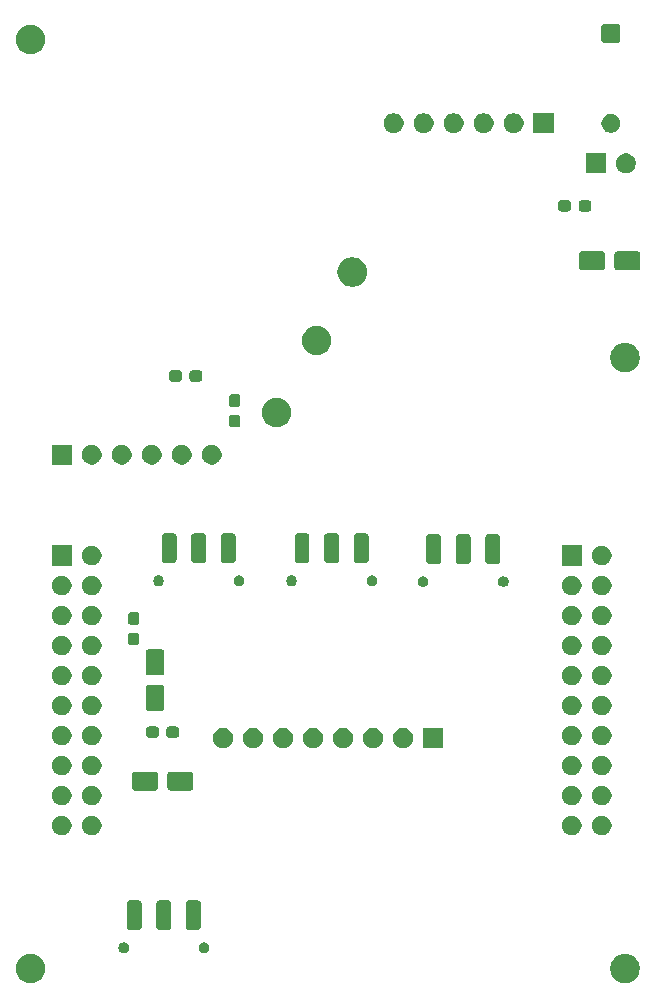
<source format=gts>
G04 #@! TF.GenerationSoftware,KiCad,Pcbnew,9.0.4*
G04 #@! TF.CreationDate,2025-09-12T09:59:32-04:00*
G04 #@! TF.ProjectId,SBP_Routing_Board,5342505f-526f-4757-9469-6e675f426f61,rev?*
G04 #@! TF.SameCoordinates,Original*
G04 #@! TF.FileFunction,Soldermask,Top*
G04 #@! TF.FilePolarity,Negative*
%FSLAX46Y46*%
G04 Gerber Fmt 4.6, Leading zero omitted, Abs format (unit mm)*
G04 Created by KiCad (PCBNEW 9.0.4) date 2025-09-12 09:59:32*
%MOMM*%
%LPD*%
G01*
G04 APERTURE LIST*
G04 APERTURE END LIST*
G36*
X70041807Y-140484538D02*
G01*
X70228354Y-140545151D01*
X70403123Y-140634200D01*
X70561810Y-140749493D01*
X70700507Y-140888190D01*
X70815800Y-141046877D01*
X70904849Y-141221646D01*
X70965462Y-141408193D01*
X70996147Y-141601926D01*
X70996147Y-141798074D01*
X70965462Y-141991807D01*
X70904849Y-142178354D01*
X70815800Y-142353123D01*
X70700507Y-142511810D01*
X70561810Y-142650507D01*
X70403123Y-142765800D01*
X70228354Y-142854849D01*
X70041807Y-142915462D01*
X69848074Y-142946147D01*
X69651926Y-142946147D01*
X69458193Y-142915462D01*
X69271646Y-142854849D01*
X69096877Y-142765800D01*
X68938190Y-142650507D01*
X68799493Y-142511810D01*
X68684200Y-142353123D01*
X68595151Y-142178354D01*
X68534538Y-141991807D01*
X68503853Y-141798074D01*
X68503853Y-141601926D01*
X68534538Y-141408193D01*
X68595151Y-141221646D01*
X68684200Y-141046877D01*
X68799493Y-140888190D01*
X68938190Y-140749493D01*
X69096877Y-140634200D01*
X69271646Y-140545151D01*
X69458193Y-140484538D01*
X69651926Y-140453853D01*
X69848074Y-140453853D01*
X70041807Y-140484538D01*
G37*
G36*
X120391807Y-140484538D02*
G01*
X120578354Y-140545151D01*
X120753123Y-140634200D01*
X120911810Y-140749493D01*
X121050507Y-140888190D01*
X121165800Y-141046877D01*
X121254849Y-141221646D01*
X121315462Y-141408193D01*
X121346147Y-141601926D01*
X121346147Y-141798074D01*
X121315462Y-141991807D01*
X121254849Y-142178354D01*
X121165800Y-142353123D01*
X121050507Y-142511810D01*
X120911810Y-142650507D01*
X120753123Y-142765800D01*
X120578354Y-142854849D01*
X120391807Y-142915462D01*
X120198074Y-142946147D01*
X120001926Y-142946147D01*
X119808193Y-142915462D01*
X119621646Y-142854849D01*
X119446877Y-142765800D01*
X119288190Y-142650507D01*
X119149493Y-142511810D01*
X119034200Y-142353123D01*
X118945151Y-142178354D01*
X118884538Y-141991807D01*
X118853853Y-141798074D01*
X118853853Y-141601926D01*
X118884538Y-141408193D01*
X118945151Y-141221646D01*
X119034200Y-141046877D01*
X119149493Y-140888190D01*
X119288190Y-140749493D01*
X119446877Y-140634200D01*
X119621646Y-140545151D01*
X119808193Y-140484538D01*
X120001926Y-140453853D01*
X120198074Y-140453853D01*
X120391807Y-140484538D01*
G37*
G36*
X77822208Y-139534254D02*
G01*
X77923943Y-139592991D01*
X78007009Y-139676057D01*
X78065746Y-139777792D01*
X78096150Y-139891263D01*
X78096150Y-140008737D01*
X78065746Y-140122208D01*
X78007009Y-140223943D01*
X77923943Y-140307009D01*
X77822208Y-140365746D01*
X77708737Y-140396150D01*
X77591263Y-140396150D01*
X77477792Y-140365746D01*
X77376057Y-140307009D01*
X77292991Y-140223943D01*
X77234254Y-140122208D01*
X77203850Y-140008737D01*
X77203850Y-139891263D01*
X77234254Y-139777792D01*
X77292991Y-139676057D01*
X77376057Y-139592991D01*
X77477792Y-139534254D01*
X77591263Y-139503850D01*
X77708737Y-139503850D01*
X77822208Y-139534254D01*
G37*
G36*
X84622208Y-139534254D02*
G01*
X84723943Y-139592991D01*
X84807009Y-139676057D01*
X84865746Y-139777792D01*
X84896150Y-139891263D01*
X84896150Y-140008737D01*
X84865746Y-140122208D01*
X84807009Y-140223943D01*
X84723943Y-140307009D01*
X84622208Y-140365746D01*
X84508737Y-140396150D01*
X84391263Y-140396150D01*
X84277792Y-140365746D01*
X84176057Y-140307009D01*
X84092991Y-140223943D01*
X84034254Y-140122208D01*
X84003850Y-140008737D01*
X84003850Y-139891263D01*
X84034254Y-139777792D01*
X84092991Y-139676057D01*
X84176057Y-139592991D01*
X84277792Y-139534254D01*
X84391263Y-139503850D01*
X84508737Y-139503850D01*
X84622208Y-139534254D01*
G37*
G36*
X78929116Y-135950818D02*
G01*
X78980379Y-135956766D01*
X78997892Y-135964499D01*
X79020671Y-135969030D01*
X79045057Y-135985324D01*
X79065788Y-135994478D01*
X79079946Y-136008636D01*
X79101777Y-136023223D01*
X79116363Y-136045053D01*
X79130521Y-136059211D01*
X79139673Y-136079939D01*
X79155970Y-136104329D01*
X79160501Y-136127109D01*
X79168233Y-136144620D01*
X79174178Y-136195872D01*
X79175000Y-136200000D01*
X79175000Y-138200000D01*
X79174178Y-138204128D01*
X79168233Y-138255379D01*
X79160501Y-138272888D01*
X79155970Y-138295671D01*
X79139672Y-138320062D01*
X79130521Y-138340788D01*
X79116365Y-138354943D01*
X79101777Y-138376777D01*
X79079943Y-138391365D01*
X79065788Y-138405521D01*
X79045062Y-138414672D01*
X79020671Y-138430970D01*
X78997888Y-138435501D01*
X78980379Y-138443233D01*
X78929129Y-138449178D01*
X78925000Y-138450000D01*
X78175000Y-138450000D01*
X78170873Y-138449179D01*
X78119620Y-138443233D01*
X78102109Y-138435501D01*
X78079329Y-138430970D01*
X78054939Y-138414673D01*
X78034211Y-138405521D01*
X78020053Y-138391363D01*
X77998223Y-138376777D01*
X77983636Y-138354946D01*
X77969478Y-138340788D01*
X77960324Y-138320057D01*
X77944030Y-138295671D01*
X77939499Y-138272892D01*
X77931766Y-138255379D01*
X77925818Y-138204117D01*
X77925000Y-138200000D01*
X77925000Y-136200000D01*
X77925818Y-136195885D01*
X77931766Y-136144620D01*
X77939499Y-136127105D01*
X77944030Y-136104329D01*
X77960323Y-136079944D01*
X77969478Y-136059211D01*
X77983638Y-136045050D01*
X77998223Y-136023223D01*
X78020050Y-136008638D01*
X78034211Y-135994478D01*
X78054944Y-135985323D01*
X78079329Y-135969030D01*
X78102105Y-135964499D01*
X78119620Y-135956766D01*
X78170884Y-135950818D01*
X78175000Y-135950000D01*
X78925000Y-135950000D01*
X78929116Y-135950818D01*
G37*
G36*
X81429116Y-135950818D02*
G01*
X81480379Y-135956766D01*
X81497892Y-135964499D01*
X81520671Y-135969030D01*
X81545057Y-135985324D01*
X81565788Y-135994478D01*
X81579946Y-136008636D01*
X81601777Y-136023223D01*
X81616363Y-136045053D01*
X81630521Y-136059211D01*
X81639673Y-136079939D01*
X81655970Y-136104329D01*
X81660501Y-136127109D01*
X81668233Y-136144620D01*
X81674178Y-136195872D01*
X81675000Y-136200000D01*
X81675000Y-138200000D01*
X81674178Y-138204128D01*
X81668233Y-138255379D01*
X81660501Y-138272888D01*
X81655970Y-138295671D01*
X81639672Y-138320062D01*
X81630521Y-138340788D01*
X81616365Y-138354943D01*
X81601777Y-138376777D01*
X81579943Y-138391365D01*
X81565788Y-138405521D01*
X81545062Y-138414672D01*
X81520671Y-138430970D01*
X81497888Y-138435501D01*
X81480379Y-138443233D01*
X81429129Y-138449178D01*
X81425000Y-138450000D01*
X80675000Y-138450000D01*
X80670873Y-138449179D01*
X80619620Y-138443233D01*
X80602109Y-138435501D01*
X80579329Y-138430970D01*
X80554939Y-138414673D01*
X80534211Y-138405521D01*
X80520053Y-138391363D01*
X80498223Y-138376777D01*
X80483636Y-138354946D01*
X80469478Y-138340788D01*
X80460324Y-138320057D01*
X80444030Y-138295671D01*
X80439499Y-138272892D01*
X80431766Y-138255379D01*
X80425818Y-138204117D01*
X80425000Y-138200000D01*
X80425000Y-136200000D01*
X80425818Y-136195885D01*
X80431766Y-136144620D01*
X80439499Y-136127105D01*
X80444030Y-136104329D01*
X80460323Y-136079944D01*
X80469478Y-136059211D01*
X80483638Y-136045050D01*
X80498223Y-136023223D01*
X80520050Y-136008638D01*
X80534211Y-135994478D01*
X80554944Y-135985323D01*
X80579329Y-135969030D01*
X80602105Y-135964499D01*
X80619620Y-135956766D01*
X80670884Y-135950818D01*
X80675000Y-135950000D01*
X81425000Y-135950000D01*
X81429116Y-135950818D01*
G37*
G36*
X83929116Y-135950818D02*
G01*
X83980379Y-135956766D01*
X83997892Y-135964499D01*
X84020671Y-135969030D01*
X84045057Y-135985324D01*
X84065788Y-135994478D01*
X84079946Y-136008636D01*
X84101777Y-136023223D01*
X84116363Y-136045053D01*
X84130521Y-136059211D01*
X84139673Y-136079939D01*
X84155970Y-136104329D01*
X84160501Y-136127109D01*
X84168233Y-136144620D01*
X84174178Y-136195872D01*
X84175000Y-136200000D01*
X84175000Y-138200000D01*
X84174178Y-138204128D01*
X84168233Y-138255379D01*
X84160501Y-138272888D01*
X84155970Y-138295671D01*
X84139672Y-138320062D01*
X84130521Y-138340788D01*
X84116365Y-138354943D01*
X84101777Y-138376777D01*
X84079943Y-138391365D01*
X84065788Y-138405521D01*
X84045062Y-138414672D01*
X84020671Y-138430970D01*
X83997888Y-138435501D01*
X83980379Y-138443233D01*
X83929129Y-138449178D01*
X83925000Y-138450000D01*
X83175000Y-138450000D01*
X83170873Y-138449179D01*
X83119620Y-138443233D01*
X83102109Y-138435501D01*
X83079329Y-138430970D01*
X83054939Y-138414673D01*
X83034211Y-138405521D01*
X83020053Y-138391363D01*
X82998223Y-138376777D01*
X82983636Y-138354946D01*
X82969478Y-138340788D01*
X82960324Y-138320057D01*
X82944030Y-138295671D01*
X82939499Y-138272892D01*
X82931766Y-138255379D01*
X82925818Y-138204117D01*
X82925000Y-138200000D01*
X82925000Y-136200000D01*
X82925818Y-136195885D01*
X82931766Y-136144620D01*
X82939499Y-136127105D01*
X82944030Y-136104329D01*
X82960323Y-136079944D01*
X82969478Y-136059211D01*
X82983638Y-136045050D01*
X82998223Y-136023223D01*
X83020050Y-136008638D01*
X83034211Y-135994478D01*
X83054944Y-135985323D01*
X83079329Y-135969030D01*
X83102105Y-135964499D01*
X83119620Y-135956766D01*
X83170884Y-135950818D01*
X83175000Y-135950000D01*
X83925000Y-135950000D01*
X83929116Y-135950818D01*
G37*
G36*
X72646742Y-128796601D02*
G01*
X72800687Y-128860367D01*
X72939234Y-128952941D01*
X73057059Y-129070766D01*
X73149633Y-129209313D01*
X73213399Y-129363258D01*
X73245907Y-129526685D01*
X73245907Y-129693315D01*
X73213399Y-129856742D01*
X73149633Y-130010687D01*
X73057059Y-130149234D01*
X72939234Y-130267059D01*
X72800687Y-130359633D01*
X72646742Y-130423399D01*
X72483315Y-130455907D01*
X72316685Y-130455907D01*
X72153258Y-130423399D01*
X71999313Y-130359633D01*
X71860766Y-130267059D01*
X71742941Y-130149234D01*
X71650367Y-130010687D01*
X71586601Y-129856742D01*
X71554093Y-129693315D01*
X71554093Y-129526685D01*
X71586601Y-129363258D01*
X71650367Y-129209313D01*
X71742941Y-129070766D01*
X71860766Y-128952941D01*
X71999313Y-128860367D01*
X72153258Y-128796601D01*
X72316685Y-128764093D01*
X72483315Y-128764093D01*
X72646742Y-128796601D01*
G37*
G36*
X75186742Y-128796601D02*
G01*
X75340687Y-128860367D01*
X75479234Y-128952941D01*
X75597059Y-129070766D01*
X75689633Y-129209313D01*
X75753399Y-129363258D01*
X75785907Y-129526685D01*
X75785907Y-129693315D01*
X75753399Y-129856742D01*
X75689633Y-130010687D01*
X75597059Y-130149234D01*
X75479234Y-130267059D01*
X75340687Y-130359633D01*
X75186742Y-130423399D01*
X75023315Y-130455907D01*
X74856685Y-130455907D01*
X74693258Y-130423399D01*
X74539313Y-130359633D01*
X74400766Y-130267059D01*
X74282941Y-130149234D01*
X74190367Y-130010687D01*
X74126601Y-129856742D01*
X74094093Y-129693315D01*
X74094093Y-129526685D01*
X74126601Y-129363258D01*
X74190367Y-129209313D01*
X74282941Y-129070766D01*
X74400766Y-128952941D01*
X74539313Y-128860367D01*
X74693258Y-128796601D01*
X74856685Y-128764093D01*
X75023315Y-128764093D01*
X75186742Y-128796601D01*
G37*
G36*
X115826742Y-128796601D02*
G01*
X115980687Y-128860367D01*
X116119234Y-128952941D01*
X116237059Y-129070766D01*
X116329633Y-129209313D01*
X116393399Y-129363258D01*
X116425907Y-129526685D01*
X116425907Y-129693315D01*
X116393399Y-129856742D01*
X116329633Y-130010687D01*
X116237059Y-130149234D01*
X116119234Y-130267059D01*
X115980687Y-130359633D01*
X115826742Y-130423399D01*
X115663315Y-130455907D01*
X115496685Y-130455907D01*
X115333258Y-130423399D01*
X115179313Y-130359633D01*
X115040766Y-130267059D01*
X114922941Y-130149234D01*
X114830367Y-130010687D01*
X114766601Y-129856742D01*
X114734093Y-129693315D01*
X114734093Y-129526685D01*
X114766601Y-129363258D01*
X114830367Y-129209313D01*
X114922941Y-129070766D01*
X115040766Y-128952941D01*
X115179313Y-128860367D01*
X115333258Y-128796601D01*
X115496685Y-128764093D01*
X115663315Y-128764093D01*
X115826742Y-128796601D01*
G37*
G36*
X118366742Y-128796601D02*
G01*
X118520687Y-128860367D01*
X118659234Y-128952941D01*
X118777059Y-129070766D01*
X118869633Y-129209313D01*
X118933399Y-129363258D01*
X118965907Y-129526685D01*
X118965907Y-129693315D01*
X118933399Y-129856742D01*
X118869633Y-130010687D01*
X118777059Y-130149234D01*
X118659234Y-130267059D01*
X118520687Y-130359633D01*
X118366742Y-130423399D01*
X118203315Y-130455907D01*
X118036685Y-130455907D01*
X117873258Y-130423399D01*
X117719313Y-130359633D01*
X117580766Y-130267059D01*
X117462941Y-130149234D01*
X117370367Y-130010687D01*
X117306601Y-129856742D01*
X117274093Y-129693315D01*
X117274093Y-129526685D01*
X117306601Y-129363258D01*
X117370367Y-129209313D01*
X117462941Y-129070766D01*
X117580766Y-128952941D01*
X117719313Y-128860367D01*
X117873258Y-128796601D01*
X118036685Y-128764093D01*
X118203315Y-128764093D01*
X118366742Y-128796601D01*
G37*
G36*
X72646742Y-126256601D02*
G01*
X72800687Y-126320367D01*
X72939234Y-126412941D01*
X73057059Y-126530766D01*
X73149633Y-126669313D01*
X73213399Y-126823258D01*
X73245907Y-126986685D01*
X73245907Y-127153315D01*
X73213399Y-127316742D01*
X73149633Y-127470687D01*
X73057059Y-127609234D01*
X72939234Y-127727059D01*
X72800687Y-127819633D01*
X72646742Y-127883399D01*
X72483315Y-127915907D01*
X72316685Y-127915907D01*
X72153258Y-127883399D01*
X71999313Y-127819633D01*
X71860766Y-127727059D01*
X71742941Y-127609234D01*
X71650367Y-127470687D01*
X71586601Y-127316742D01*
X71554093Y-127153315D01*
X71554093Y-126986685D01*
X71586601Y-126823258D01*
X71650367Y-126669313D01*
X71742941Y-126530766D01*
X71860766Y-126412941D01*
X71999313Y-126320367D01*
X72153258Y-126256601D01*
X72316685Y-126224093D01*
X72483315Y-126224093D01*
X72646742Y-126256601D01*
G37*
G36*
X75186742Y-126256601D02*
G01*
X75340687Y-126320367D01*
X75479234Y-126412941D01*
X75597059Y-126530766D01*
X75689633Y-126669313D01*
X75753399Y-126823258D01*
X75785907Y-126986685D01*
X75785907Y-127153315D01*
X75753399Y-127316742D01*
X75689633Y-127470687D01*
X75597059Y-127609234D01*
X75479234Y-127727059D01*
X75340687Y-127819633D01*
X75186742Y-127883399D01*
X75023315Y-127915907D01*
X74856685Y-127915907D01*
X74693258Y-127883399D01*
X74539313Y-127819633D01*
X74400766Y-127727059D01*
X74282941Y-127609234D01*
X74190367Y-127470687D01*
X74126601Y-127316742D01*
X74094093Y-127153315D01*
X74094093Y-126986685D01*
X74126601Y-126823258D01*
X74190367Y-126669313D01*
X74282941Y-126530766D01*
X74400766Y-126412941D01*
X74539313Y-126320367D01*
X74693258Y-126256601D01*
X74856685Y-126224093D01*
X75023315Y-126224093D01*
X75186742Y-126256601D01*
G37*
G36*
X115826742Y-126256601D02*
G01*
X115980687Y-126320367D01*
X116119234Y-126412941D01*
X116237059Y-126530766D01*
X116329633Y-126669313D01*
X116393399Y-126823258D01*
X116425907Y-126986685D01*
X116425907Y-127153315D01*
X116393399Y-127316742D01*
X116329633Y-127470687D01*
X116237059Y-127609234D01*
X116119234Y-127727059D01*
X115980687Y-127819633D01*
X115826742Y-127883399D01*
X115663315Y-127915907D01*
X115496685Y-127915907D01*
X115333258Y-127883399D01*
X115179313Y-127819633D01*
X115040766Y-127727059D01*
X114922941Y-127609234D01*
X114830367Y-127470687D01*
X114766601Y-127316742D01*
X114734093Y-127153315D01*
X114734093Y-126986685D01*
X114766601Y-126823258D01*
X114830367Y-126669313D01*
X114922941Y-126530766D01*
X115040766Y-126412941D01*
X115179313Y-126320367D01*
X115333258Y-126256601D01*
X115496685Y-126224093D01*
X115663315Y-126224093D01*
X115826742Y-126256601D01*
G37*
G36*
X118366742Y-126256601D02*
G01*
X118520687Y-126320367D01*
X118659234Y-126412941D01*
X118777059Y-126530766D01*
X118869633Y-126669313D01*
X118933399Y-126823258D01*
X118965907Y-126986685D01*
X118965907Y-127153315D01*
X118933399Y-127316742D01*
X118869633Y-127470687D01*
X118777059Y-127609234D01*
X118659234Y-127727059D01*
X118520687Y-127819633D01*
X118366742Y-127883399D01*
X118203315Y-127915907D01*
X118036685Y-127915907D01*
X117873258Y-127883399D01*
X117719313Y-127819633D01*
X117580766Y-127727059D01*
X117462941Y-127609234D01*
X117370367Y-127470687D01*
X117306601Y-127316742D01*
X117274093Y-127153315D01*
X117274093Y-126986685D01*
X117306601Y-126823258D01*
X117370367Y-126669313D01*
X117462941Y-126530766D01*
X117580766Y-126412941D01*
X117719313Y-126320367D01*
X117873258Y-126256601D01*
X118036685Y-126224093D01*
X118203315Y-126224093D01*
X118366742Y-126256601D01*
G37*
G36*
X80304116Y-125050818D02*
G01*
X80355379Y-125056766D01*
X80372892Y-125064499D01*
X80395671Y-125069030D01*
X80420057Y-125085324D01*
X80440788Y-125094478D01*
X80454946Y-125108636D01*
X80476777Y-125123223D01*
X80491363Y-125145053D01*
X80505521Y-125159211D01*
X80514673Y-125179939D01*
X80530970Y-125204329D01*
X80535501Y-125227109D01*
X80543233Y-125244620D01*
X80549178Y-125295872D01*
X80550000Y-125300000D01*
X80550000Y-126400000D01*
X80549178Y-126404128D01*
X80543233Y-126455379D01*
X80535501Y-126472888D01*
X80530970Y-126495671D01*
X80514672Y-126520062D01*
X80505521Y-126540788D01*
X80491365Y-126554943D01*
X80476777Y-126576777D01*
X80454943Y-126591365D01*
X80440788Y-126605521D01*
X80420062Y-126614672D01*
X80395671Y-126630970D01*
X80372888Y-126635501D01*
X80355379Y-126643233D01*
X80304129Y-126649178D01*
X80300000Y-126650000D01*
X78600000Y-126650000D01*
X78595873Y-126649179D01*
X78544620Y-126643233D01*
X78527109Y-126635501D01*
X78504329Y-126630970D01*
X78479939Y-126614673D01*
X78459211Y-126605521D01*
X78445053Y-126591363D01*
X78423223Y-126576777D01*
X78408636Y-126554946D01*
X78394478Y-126540788D01*
X78385324Y-126520057D01*
X78369030Y-126495671D01*
X78364499Y-126472892D01*
X78356766Y-126455379D01*
X78350818Y-126404117D01*
X78350000Y-126400000D01*
X78350000Y-125300000D01*
X78350818Y-125295885D01*
X78356766Y-125244620D01*
X78364499Y-125227105D01*
X78369030Y-125204329D01*
X78385323Y-125179944D01*
X78394478Y-125159211D01*
X78408638Y-125145050D01*
X78423223Y-125123223D01*
X78445050Y-125108638D01*
X78459211Y-125094478D01*
X78479944Y-125085323D01*
X78504329Y-125069030D01*
X78527105Y-125064499D01*
X78544620Y-125056766D01*
X78595884Y-125050818D01*
X78600000Y-125050000D01*
X80300000Y-125050000D01*
X80304116Y-125050818D01*
G37*
G36*
X83304116Y-125050818D02*
G01*
X83355379Y-125056766D01*
X83372892Y-125064499D01*
X83395671Y-125069030D01*
X83420057Y-125085324D01*
X83440788Y-125094478D01*
X83454946Y-125108636D01*
X83476777Y-125123223D01*
X83491363Y-125145053D01*
X83505521Y-125159211D01*
X83514673Y-125179939D01*
X83530970Y-125204329D01*
X83535501Y-125227109D01*
X83543233Y-125244620D01*
X83549178Y-125295872D01*
X83550000Y-125300000D01*
X83550000Y-126400000D01*
X83549178Y-126404128D01*
X83543233Y-126455379D01*
X83535501Y-126472888D01*
X83530970Y-126495671D01*
X83514672Y-126520062D01*
X83505521Y-126540788D01*
X83491365Y-126554943D01*
X83476777Y-126576777D01*
X83454943Y-126591365D01*
X83440788Y-126605521D01*
X83420062Y-126614672D01*
X83395671Y-126630970D01*
X83372888Y-126635501D01*
X83355379Y-126643233D01*
X83304129Y-126649178D01*
X83300000Y-126650000D01*
X81600000Y-126650000D01*
X81595873Y-126649179D01*
X81544620Y-126643233D01*
X81527109Y-126635501D01*
X81504329Y-126630970D01*
X81479939Y-126614673D01*
X81459211Y-126605521D01*
X81445053Y-126591363D01*
X81423223Y-126576777D01*
X81408636Y-126554946D01*
X81394478Y-126540788D01*
X81385324Y-126520057D01*
X81369030Y-126495671D01*
X81364499Y-126472892D01*
X81356766Y-126455379D01*
X81350818Y-126404117D01*
X81350000Y-126400000D01*
X81350000Y-125300000D01*
X81350818Y-125295885D01*
X81356766Y-125244620D01*
X81364499Y-125227105D01*
X81369030Y-125204329D01*
X81385323Y-125179944D01*
X81394478Y-125159211D01*
X81408638Y-125145050D01*
X81423223Y-125123223D01*
X81445050Y-125108638D01*
X81459211Y-125094478D01*
X81479944Y-125085323D01*
X81504329Y-125069030D01*
X81527105Y-125064499D01*
X81544620Y-125056766D01*
X81595884Y-125050818D01*
X81600000Y-125050000D01*
X83300000Y-125050000D01*
X83304116Y-125050818D01*
G37*
G36*
X72646742Y-123716601D02*
G01*
X72800687Y-123780367D01*
X72939234Y-123872941D01*
X73057059Y-123990766D01*
X73149633Y-124129313D01*
X73213399Y-124283258D01*
X73245907Y-124446685D01*
X73245907Y-124613315D01*
X73213399Y-124776742D01*
X73149633Y-124930687D01*
X73057059Y-125069234D01*
X72939234Y-125187059D01*
X72800687Y-125279633D01*
X72646742Y-125343399D01*
X72483315Y-125375907D01*
X72316685Y-125375907D01*
X72153258Y-125343399D01*
X71999313Y-125279633D01*
X71860766Y-125187059D01*
X71742941Y-125069234D01*
X71650367Y-124930687D01*
X71586601Y-124776742D01*
X71554093Y-124613315D01*
X71554093Y-124446685D01*
X71586601Y-124283258D01*
X71650367Y-124129313D01*
X71742941Y-123990766D01*
X71860766Y-123872941D01*
X71999313Y-123780367D01*
X72153258Y-123716601D01*
X72316685Y-123684093D01*
X72483315Y-123684093D01*
X72646742Y-123716601D01*
G37*
G36*
X75186742Y-123716601D02*
G01*
X75340687Y-123780367D01*
X75479234Y-123872941D01*
X75597059Y-123990766D01*
X75689633Y-124129313D01*
X75753399Y-124283258D01*
X75785907Y-124446685D01*
X75785907Y-124613315D01*
X75753399Y-124776742D01*
X75689633Y-124930687D01*
X75597059Y-125069234D01*
X75479234Y-125187059D01*
X75340687Y-125279633D01*
X75186742Y-125343399D01*
X75023315Y-125375907D01*
X74856685Y-125375907D01*
X74693258Y-125343399D01*
X74539313Y-125279633D01*
X74400766Y-125187059D01*
X74282941Y-125069234D01*
X74190367Y-124930687D01*
X74126601Y-124776742D01*
X74094093Y-124613315D01*
X74094093Y-124446685D01*
X74126601Y-124283258D01*
X74190367Y-124129313D01*
X74282941Y-123990766D01*
X74400766Y-123872941D01*
X74539313Y-123780367D01*
X74693258Y-123716601D01*
X74856685Y-123684093D01*
X75023315Y-123684093D01*
X75186742Y-123716601D01*
G37*
G36*
X115826742Y-123716601D02*
G01*
X115980687Y-123780367D01*
X116119234Y-123872941D01*
X116237059Y-123990766D01*
X116329633Y-124129313D01*
X116393399Y-124283258D01*
X116425907Y-124446685D01*
X116425907Y-124613315D01*
X116393399Y-124776742D01*
X116329633Y-124930687D01*
X116237059Y-125069234D01*
X116119234Y-125187059D01*
X115980687Y-125279633D01*
X115826742Y-125343399D01*
X115663315Y-125375907D01*
X115496685Y-125375907D01*
X115333258Y-125343399D01*
X115179313Y-125279633D01*
X115040766Y-125187059D01*
X114922941Y-125069234D01*
X114830367Y-124930687D01*
X114766601Y-124776742D01*
X114734093Y-124613315D01*
X114734093Y-124446685D01*
X114766601Y-124283258D01*
X114830367Y-124129313D01*
X114922941Y-123990766D01*
X115040766Y-123872941D01*
X115179313Y-123780367D01*
X115333258Y-123716601D01*
X115496685Y-123684093D01*
X115663315Y-123684093D01*
X115826742Y-123716601D01*
G37*
G36*
X118366742Y-123716601D02*
G01*
X118520687Y-123780367D01*
X118659234Y-123872941D01*
X118777059Y-123990766D01*
X118869633Y-124129313D01*
X118933399Y-124283258D01*
X118965907Y-124446685D01*
X118965907Y-124613315D01*
X118933399Y-124776742D01*
X118869633Y-124930687D01*
X118777059Y-125069234D01*
X118659234Y-125187059D01*
X118520687Y-125279633D01*
X118366742Y-125343399D01*
X118203315Y-125375907D01*
X118036685Y-125375907D01*
X117873258Y-125343399D01*
X117719313Y-125279633D01*
X117580766Y-125187059D01*
X117462941Y-125069234D01*
X117370367Y-124930687D01*
X117306601Y-124776742D01*
X117274093Y-124613315D01*
X117274093Y-124446685D01*
X117306601Y-124283258D01*
X117370367Y-124129313D01*
X117462941Y-123990766D01*
X117580766Y-123872941D01*
X117719313Y-123780367D01*
X117873258Y-123716601D01*
X118036685Y-123684093D01*
X118203315Y-123684093D01*
X118366742Y-123716601D01*
G37*
G36*
X104690000Y-123050000D02*
G01*
X102990000Y-123050000D01*
X102990000Y-121350000D01*
X104690000Y-121350000D01*
X104690000Y-123050000D01*
G37*
G36*
X86306742Y-121386601D02*
G01*
X86460687Y-121450367D01*
X86599234Y-121542941D01*
X86717059Y-121660766D01*
X86809633Y-121799313D01*
X86873399Y-121953258D01*
X86905907Y-122116685D01*
X86905907Y-122283315D01*
X86873399Y-122446742D01*
X86809633Y-122600687D01*
X86717059Y-122739234D01*
X86599234Y-122857059D01*
X86460687Y-122949633D01*
X86306742Y-123013399D01*
X86143315Y-123045907D01*
X85976685Y-123045907D01*
X85813258Y-123013399D01*
X85659313Y-122949633D01*
X85520766Y-122857059D01*
X85402941Y-122739234D01*
X85310367Y-122600687D01*
X85246601Y-122446742D01*
X85214093Y-122283315D01*
X85214093Y-122116685D01*
X85246601Y-121953258D01*
X85310367Y-121799313D01*
X85402941Y-121660766D01*
X85520766Y-121542941D01*
X85659313Y-121450367D01*
X85813258Y-121386601D01*
X85976685Y-121354093D01*
X86143315Y-121354093D01*
X86306742Y-121386601D01*
G37*
G36*
X88846742Y-121386601D02*
G01*
X89000687Y-121450367D01*
X89139234Y-121542941D01*
X89257059Y-121660766D01*
X89349633Y-121799313D01*
X89413399Y-121953258D01*
X89445907Y-122116685D01*
X89445907Y-122283315D01*
X89413399Y-122446742D01*
X89349633Y-122600687D01*
X89257059Y-122739234D01*
X89139234Y-122857059D01*
X89000687Y-122949633D01*
X88846742Y-123013399D01*
X88683315Y-123045907D01*
X88516685Y-123045907D01*
X88353258Y-123013399D01*
X88199313Y-122949633D01*
X88060766Y-122857059D01*
X87942941Y-122739234D01*
X87850367Y-122600687D01*
X87786601Y-122446742D01*
X87754093Y-122283315D01*
X87754093Y-122116685D01*
X87786601Y-121953258D01*
X87850367Y-121799313D01*
X87942941Y-121660766D01*
X88060766Y-121542941D01*
X88199313Y-121450367D01*
X88353258Y-121386601D01*
X88516685Y-121354093D01*
X88683315Y-121354093D01*
X88846742Y-121386601D01*
G37*
G36*
X91386742Y-121386601D02*
G01*
X91540687Y-121450367D01*
X91679234Y-121542941D01*
X91797059Y-121660766D01*
X91889633Y-121799313D01*
X91953399Y-121953258D01*
X91985907Y-122116685D01*
X91985907Y-122283315D01*
X91953399Y-122446742D01*
X91889633Y-122600687D01*
X91797059Y-122739234D01*
X91679234Y-122857059D01*
X91540687Y-122949633D01*
X91386742Y-123013399D01*
X91223315Y-123045907D01*
X91056685Y-123045907D01*
X90893258Y-123013399D01*
X90739313Y-122949633D01*
X90600766Y-122857059D01*
X90482941Y-122739234D01*
X90390367Y-122600687D01*
X90326601Y-122446742D01*
X90294093Y-122283315D01*
X90294093Y-122116685D01*
X90326601Y-121953258D01*
X90390367Y-121799313D01*
X90482941Y-121660766D01*
X90600766Y-121542941D01*
X90739313Y-121450367D01*
X90893258Y-121386601D01*
X91056685Y-121354093D01*
X91223315Y-121354093D01*
X91386742Y-121386601D01*
G37*
G36*
X93926742Y-121386601D02*
G01*
X94080687Y-121450367D01*
X94219234Y-121542941D01*
X94337059Y-121660766D01*
X94429633Y-121799313D01*
X94493399Y-121953258D01*
X94525907Y-122116685D01*
X94525907Y-122283315D01*
X94493399Y-122446742D01*
X94429633Y-122600687D01*
X94337059Y-122739234D01*
X94219234Y-122857059D01*
X94080687Y-122949633D01*
X93926742Y-123013399D01*
X93763315Y-123045907D01*
X93596685Y-123045907D01*
X93433258Y-123013399D01*
X93279313Y-122949633D01*
X93140766Y-122857059D01*
X93022941Y-122739234D01*
X92930367Y-122600687D01*
X92866601Y-122446742D01*
X92834093Y-122283315D01*
X92834093Y-122116685D01*
X92866601Y-121953258D01*
X92930367Y-121799313D01*
X93022941Y-121660766D01*
X93140766Y-121542941D01*
X93279313Y-121450367D01*
X93433258Y-121386601D01*
X93596685Y-121354093D01*
X93763315Y-121354093D01*
X93926742Y-121386601D01*
G37*
G36*
X96466742Y-121386601D02*
G01*
X96620687Y-121450367D01*
X96759234Y-121542941D01*
X96877059Y-121660766D01*
X96969633Y-121799313D01*
X97033399Y-121953258D01*
X97065907Y-122116685D01*
X97065907Y-122283315D01*
X97033399Y-122446742D01*
X96969633Y-122600687D01*
X96877059Y-122739234D01*
X96759234Y-122857059D01*
X96620687Y-122949633D01*
X96466742Y-123013399D01*
X96303315Y-123045907D01*
X96136685Y-123045907D01*
X95973258Y-123013399D01*
X95819313Y-122949633D01*
X95680766Y-122857059D01*
X95562941Y-122739234D01*
X95470367Y-122600687D01*
X95406601Y-122446742D01*
X95374093Y-122283315D01*
X95374093Y-122116685D01*
X95406601Y-121953258D01*
X95470367Y-121799313D01*
X95562941Y-121660766D01*
X95680766Y-121542941D01*
X95819313Y-121450367D01*
X95973258Y-121386601D01*
X96136685Y-121354093D01*
X96303315Y-121354093D01*
X96466742Y-121386601D01*
G37*
G36*
X99006742Y-121386601D02*
G01*
X99160687Y-121450367D01*
X99299234Y-121542941D01*
X99417059Y-121660766D01*
X99509633Y-121799313D01*
X99573399Y-121953258D01*
X99605907Y-122116685D01*
X99605907Y-122283315D01*
X99573399Y-122446742D01*
X99509633Y-122600687D01*
X99417059Y-122739234D01*
X99299234Y-122857059D01*
X99160687Y-122949633D01*
X99006742Y-123013399D01*
X98843315Y-123045907D01*
X98676685Y-123045907D01*
X98513258Y-123013399D01*
X98359313Y-122949633D01*
X98220766Y-122857059D01*
X98102941Y-122739234D01*
X98010367Y-122600687D01*
X97946601Y-122446742D01*
X97914093Y-122283315D01*
X97914093Y-122116685D01*
X97946601Y-121953258D01*
X98010367Y-121799313D01*
X98102941Y-121660766D01*
X98220766Y-121542941D01*
X98359313Y-121450367D01*
X98513258Y-121386601D01*
X98676685Y-121354093D01*
X98843315Y-121354093D01*
X99006742Y-121386601D01*
G37*
G36*
X101546742Y-121386601D02*
G01*
X101700687Y-121450367D01*
X101839234Y-121542941D01*
X101957059Y-121660766D01*
X102049633Y-121799313D01*
X102113399Y-121953258D01*
X102145907Y-122116685D01*
X102145907Y-122283315D01*
X102113399Y-122446742D01*
X102049633Y-122600687D01*
X101957059Y-122739234D01*
X101839234Y-122857059D01*
X101700687Y-122949633D01*
X101546742Y-123013399D01*
X101383315Y-123045907D01*
X101216685Y-123045907D01*
X101053258Y-123013399D01*
X100899313Y-122949633D01*
X100760766Y-122857059D01*
X100642941Y-122739234D01*
X100550367Y-122600687D01*
X100486601Y-122446742D01*
X100454093Y-122283315D01*
X100454093Y-122116685D01*
X100486601Y-121953258D01*
X100550367Y-121799313D01*
X100642941Y-121660766D01*
X100760766Y-121542941D01*
X100899313Y-121450367D01*
X101053258Y-121386601D01*
X101216685Y-121354093D01*
X101383315Y-121354093D01*
X101546742Y-121386601D01*
G37*
G36*
X72646742Y-121176601D02*
G01*
X72800687Y-121240367D01*
X72939234Y-121332941D01*
X73057059Y-121450766D01*
X73149633Y-121589313D01*
X73213399Y-121743258D01*
X73245907Y-121906685D01*
X73245907Y-122073315D01*
X73213399Y-122236742D01*
X73149633Y-122390687D01*
X73057059Y-122529234D01*
X72939234Y-122647059D01*
X72800687Y-122739633D01*
X72646742Y-122803399D01*
X72483315Y-122835907D01*
X72316685Y-122835907D01*
X72153258Y-122803399D01*
X71999313Y-122739633D01*
X71860766Y-122647059D01*
X71742941Y-122529234D01*
X71650367Y-122390687D01*
X71586601Y-122236742D01*
X71554093Y-122073315D01*
X71554093Y-121906685D01*
X71586601Y-121743258D01*
X71650367Y-121589313D01*
X71742941Y-121450766D01*
X71860766Y-121332941D01*
X71999313Y-121240367D01*
X72153258Y-121176601D01*
X72316685Y-121144093D01*
X72483315Y-121144093D01*
X72646742Y-121176601D01*
G37*
G36*
X75186742Y-121176601D02*
G01*
X75340687Y-121240367D01*
X75479234Y-121332941D01*
X75597059Y-121450766D01*
X75689633Y-121589313D01*
X75753399Y-121743258D01*
X75785907Y-121906685D01*
X75785907Y-122073315D01*
X75753399Y-122236742D01*
X75689633Y-122390687D01*
X75597059Y-122529234D01*
X75479234Y-122647059D01*
X75340687Y-122739633D01*
X75186742Y-122803399D01*
X75023315Y-122835907D01*
X74856685Y-122835907D01*
X74693258Y-122803399D01*
X74539313Y-122739633D01*
X74400766Y-122647059D01*
X74282941Y-122529234D01*
X74190367Y-122390687D01*
X74126601Y-122236742D01*
X74094093Y-122073315D01*
X74094093Y-121906685D01*
X74126601Y-121743258D01*
X74190367Y-121589313D01*
X74282941Y-121450766D01*
X74400766Y-121332941D01*
X74539313Y-121240367D01*
X74693258Y-121176601D01*
X74856685Y-121144093D01*
X75023315Y-121144093D01*
X75186742Y-121176601D01*
G37*
G36*
X115826742Y-121176601D02*
G01*
X115980687Y-121240367D01*
X116119234Y-121332941D01*
X116237059Y-121450766D01*
X116329633Y-121589313D01*
X116393399Y-121743258D01*
X116425907Y-121906685D01*
X116425907Y-122073315D01*
X116393399Y-122236742D01*
X116329633Y-122390687D01*
X116237059Y-122529234D01*
X116119234Y-122647059D01*
X115980687Y-122739633D01*
X115826742Y-122803399D01*
X115663315Y-122835907D01*
X115496685Y-122835907D01*
X115333258Y-122803399D01*
X115179313Y-122739633D01*
X115040766Y-122647059D01*
X114922941Y-122529234D01*
X114830367Y-122390687D01*
X114766601Y-122236742D01*
X114734093Y-122073315D01*
X114734093Y-121906685D01*
X114766601Y-121743258D01*
X114830367Y-121589313D01*
X114922941Y-121450766D01*
X115040766Y-121332941D01*
X115179313Y-121240367D01*
X115333258Y-121176601D01*
X115496685Y-121144093D01*
X115663315Y-121144093D01*
X115826742Y-121176601D01*
G37*
G36*
X118366742Y-121176601D02*
G01*
X118520687Y-121240367D01*
X118659234Y-121332941D01*
X118777059Y-121450766D01*
X118869633Y-121589313D01*
X118933399Y-121743258D01*
X118965907Y-121906685D01*
X118965907Y-122073315D01*
X118933399Y-122236742D01*
X118869633Y-122390687D01*
X118777059Y-122529234D01*
X118659234Y-122647059D01*
X118520687Y-122739633D01*
X118366742Y-122803399D01*
X118203315Y-122835907D01*
X118036685Y-122835907D01*
X117873258Y-122803399D01*
X117719313Y-122739633D01*
X117580766Y-122647059D01*
X117462941Y-122529234D01*
X117370367Y-122390687D01*
X117306601Y-122236742D01*
X117274093Y-122073315D01*
X117274093Y-121906685D01*
X117306601Y-121743258D01*
X117370367Y-121589313D01*
X117462941Y-121450766D01*
X117580766Y-121332941D01*
X117719313Y-121240367D01*
X117873258Y-121176601D01*
X118036685Y-121144093D01*
X118203315Y-121144093D01*
X118366742Y-121176601D01*
G37*
G36*
X80391615Y-121225818D02*
G01*
X80440017Y-121231434D01*
X80456555Y-121238736D01*
X80478387Y-121243079D01*
X80501759Y-121258695D01*
X80521224Y-121267290D01*
X80534517Y-121280583D01*
X80555438Y-121294562D01*
X80569416Y-121315482D01*
X80582709Y-121328775D01*
X80591302Y-121348238D01*
X80606921Y-121371613D01*
X80611264Y-121393446D01*
X80618565Y-121409982D01*
X80624178Y-121458372D01*
X80625000Y-121462500D01*
X80625000Y-121937500D01*
X80624178Y-121941627D01*
X80618565Y-121990017D01*
X80611264Y-122006551D01*
X80606921Y-122028387D01*
X80591301Y-122051763D01*
X80582709Y-122071224D01*
X80569418Y-122084514D01*
X80555438Y-122105438D01*
X80534514Y-122119418D01*
X80521224Y-122132709D01*
X80501763Y-122141301D01*
X80478387Y-122156921D01*
X80456551Y-122161264D01*
X80440017Y-122168565D01*
X80391629Y-122174178D01*
X80387500Y-122175000D01*
X79787500Y-122175000D01*
X79783373Y-122174179D01*
X79734982Y-122168565D01*
X79718446Y-122161264D01*
X79696613Y-122156921D01*
X79673238Y-122141302D01*
X79653775Y-122132709D01*
X79640482Y-122119416D01*
X79619562Y-122105438D01*
X79605583Y-122084517D01*
X79592290Y-122071224D01*
X79583695Y-122051759D01*
X79568079Y-122028387D01*
X79563736Y-122006555D01*
X79556434Y-121990017D01*
X79550818Y-121941616D01*
X79550000Y-121937500D01*
X79550000Y-121462500D01*
X79550818Y-121458385D01*
X79556434Y-121409982D01*
X79563736Y-121393442D01*
X79568079Y-121371613D01*
X79583694Y-121348242D01*
X79592290Y-121328775D01*
X79605585Y-121315479D01*
X79619562Y-121294562D01*
X79640479Y-121280585D01*
X79653775Y-121267290D01*
X79673242Y-121258694D01*
X79696613Y-121243079D01*
X79718442Y-121238736D01*
X79734982Y-121231434D01*
X79783384Y-121225818D01*
X79787500Y-121225000D01*
X80387500Y-121225000D01*
X80391615Y-121225818D01*
G37*
G36*
X82116615Y-121225818D02*
G01*
X82165017Y-121231434D01*
X82181555Y-121238736D01*
X82203387Y-121243079D01*
X82226759Y-121258695D01*
X82246224Y-121267290D01*
X82259517Y-121280583D01*
X82280438Y-121294562D01*
X82294416Y-121315482D01*
X82307709Y-121328775D01*
X82316302Y-121348238D01*
X82331921Y-121371613D01*
X82336264Y-121393446D01*
X82343565Y-121409982D01*
X82349178Y-121458372D01*
X82350000Y-121462500D01*
X82350000Y-121937500D01*
X82349178Y-121941627D01*
X82343565Y-121990017D01*
X82336264Y-122006551D01*
X82331921Y-122028387D01*
X82316301Y-122051763D01*
X82307709Y-122071224D01*
X82294418Y-122084514D01*
X82280438Y-122105438D01*
X82259514Y-122119418D01*
X82246224Y-122132709D01*
X82226763Y-122141301D01*
X82203387Y-122156921D01*
X82181551Y-122161264D01*
X82165017Y-122168565D01*
X82116629Y-122174178D01*
X82112500Y-122175000D01*
X81512500Y-122175000D01*
X81508373Y-122174179D01*
X81459982Y-122168565D01*
X81443446Y-122161264D01*
X81421613Y-122156921D01*
X81398238Y-122141302D01*
X81378775Y-122132709D01*
X81365482Y-122119416D01*
X81344562Y-122105438D01*
X81330583Y-122084517D01*
X81317290Y-122071224D01*
X81308695Y-122051759D01*
X81293079Y-122028387D01*
X81288736Y-122006555D01*
X81281434Y-121990017D01*
X81275818Y-121941616D01*
X81275000Y-121937500D01*
X81275000Y-121462500D01*
X81275818Y-121458385D01*
X81281434Y-121409982D01*
X81288736Y-121393442D01*
X81293079Y-121371613D01*
X81308694Y-121348242D01*
X81317290Y-121328775D01*
X81330585Y-121315479D01*
X81344562Y-121294562D01*
X81365479Y-121280585D01*
X81378775Y-121267290D01*
X81398242Y-121258694D01*
X81421613Y-121243079D01*
X81443442Y-121238736D01*
X81459982Y-121231434D01*
X81508384Y-121225818D01*
X81512500Y-121225000D01*
X82112500Y-121225000D01*
X82116615Y-121225818D01*
G37*
G36*
X72646742Y-118636601D02*
G01*
X72800687Y-118700367D01*
X72939234Y-118792941D01*
X73057059Y-118910766D01*
X73149633Y-119049313D01*
X73213399Y-119203258D01*
X73245907Y-119366685D01*
X73245907Y-119533315D01*
X73213399Y-119696742D01*
X73149633Y-119850687D01*
X73057059Y-119989234D01*
X72939234Y-120107059D01*
X72800687Y-120199633D01*
X72646742Y-120263399D01*
X72483315Y-120295907D01*
X72316685Y-120295907D01*
X72153258Y-120263399D01*
X71999313Y-120199633D01*
X71860766Y-120107059D01*
X71742941Y-119989234D01*
X71650367Y-119850687D01*
X71586601Y-119696742D01*
X71554093Y-119533315D01*
X71554093Y-119366685D01*
X71586601Y-119203258D01*
X71650367Y-119049313D01*
X71742941Y-118910766D01*
X71860766Y-118792941D01*
X71999313Y-118700367D01*
X72153258Y-118636601D01*
X72316685Y-118604093D01*
X72483315Y-118604093D01*
X72646742Y-118636601D01*
G37*
G36*
X75186742Y-118636601D02*
G01*
X75340687Y-118700367D01*
X75479234Y-118792941D01*
X75597059Y-118910766D01*
X75689633Y-119049313D01*
X75753399Y-119203258D01*
X75785907Y-119366685D01*
X75785907Y-119533315D01*
X75753399Y-119696742D01*
X75689633Y-119850687D01*
X75597059Y-119989234D01*
X75479234Y-120107059D01*
X75340687Y-120199633D01*
X75186742Y-120263399D01*
X75023315Y-120295907D01*
X74856685Y-120295907D01*
X74693258Y-120263399D01*
X74539313Y-120199633D01*
X74400766Y-120107059D01*
X74282941Y-119989234D01*
X74190367Y-119850687D01*
X74126601Y-119696742D01*
X74094093Y-119533315D01*
X74094093Y-119366685D01*
X74126601Y-119203258D01*
X74190367Y-119049313D01*
X74282941Y-118910766D01*
X74400766Y-118792941D01*
X74539313Y-118700367D01*
X74693258Y-118636601D01*
X74856685Y-118604093D01*
X75023315Y-118604093D01*
X75186742Y-118636601D01*
G37*
G36*
X115826742Y-118636601D02*
G01*
X115980687Y-118700367D01*
X116119234Y-118792941D01*
X116237059Y-118910766D01*
X116329633Y-119049313D01*
X116393399Y-119203258D01*
X116425907Y-119366685D01*
X116425907Y-119533315D01*
X116393399Y-119696742D01*
X116329633Y-119850687D01*
X116237059Y-119989234D01*
X116119234Y-120107059D01*
X115980687Y-120199633D01*
X115826742Y-120263399D01*
X115663315Y-120295907D01*
X115496685Y-120295907D01*
X115333258Y-120263399D01*
X115179313Y-120199633D01*
X115040766Y-120107059D01*
X114922941Y-119989234D01*
X114830367Y-119850687D01*
X114766601Y-119696742D01*
X114734093Y-119533315D01*
X114734093Y-119366685D01*
X114766601Y-119203258D01*
X114830367Y-119049313D01*
X114922941Y-118910766D01*
X115040766Y-118792941D01*
X115179313Y-118700367D01*
X115333258Y-118636601D01*
X115496685Y-118604093D01*
X115663315Y-118604093D01*
X115826742Y-118636601D01*
G37*
G36*
X118366742Y-118636601D02*
G01*
X118520687Y-118700367D01*
X118659234Y-118792941D01*
X118777059Y-118910766D01*
X118869633Y-119049313D01*
X118933399Y-119203258D01*
X118965907Y-119366685D01*
X118965907Y-119533315D01*
X118933399Y-119696742D01*
X118869633Y-119850687D01*
X118777059Y-119989234D01*
X118659234Y-120107059D01*
X118520687Y-120199633D01*
X118366742Y-120263399D01*
X118203315Y-120295907D01*
X118036685Y-120295907D01*
X117873258Y-120263399D01*
X117719313Y-120199633D01*
X117580766Y-120107059D01*
X117462941Y-119989234D01*
X117370367Y-119850687D01*
X117306601Y-119696742D01*
X117274093Y-119533315D01*
X117274093Y-119366685D01*
X117306601Y-119203258D01*
X117370367Y-119049313D01*
X117462941Y-118910766D01*
X117580766Y-118792941D01*
X117719313Y-118700367D01*
X117873258Y-118636601D01*
X118036685Y-118604093D01*
X118203315Y-118604093D01*
X118366742Y-118636601D01*
G37*
G36*
X80854116Y-117700818D02*
G01*
X80905379Y-117706766D01*
X80922892Y-117714499D01*
X80945671Y-117719030D01*
X80970057Y-117735324D01*
X80990788Y-117744478D01*
X81004946Y-117758636D01*
X81026777Y-117773223D01*
X81041363Y-117795053D01*
X81055521Y-117809211D01*
X81064673Y-117829939D01*
X81080970Y-117854329D01*
X81085501Y-117877109D01*
X81093233Y-117894620D01*
X81099178Y-117945872D01*
X81100000Y-117950000D01*
X81100000Y-119650000D01*
X81099178Y-119654128D01*
X81093233Y-119705379D01*
X81085501Y-119722888D01*
X81080970Y-119745671D01*
X81064672Y-119770062D01*
X81055521Y-119790788D01*
X81041365Y-119804943D01*
X81026777Y-119826777D01*
X81004943Y-119841365D01*
X80990788Y-119855521D01*
X80970062Y-119864672D01*
X80945671Y-119880970D01*
X80922888Y-119885501D01*
X80905379Y-119893233D01*
X80854129Y-119899178D01*
X80850000Y-119900000D01*
X79750000Y-119900000D01*
X79745873Y-119899179D01*
X79694620Y-119893233D01*
X79677109Y-119885501D01*
X79654329Y-119880970D01*
X79629939Y-119864673D01*
X79609211Y-119855521D01*
X79595053Y-119841363D01*
X79573223Y-119826777D01*
X79558636Y-119804946D01*
X79544478Y-119790788D01*
X79535324Y-119770057D01*
X79519030Y-119745671D01*
X79514499Y-119722892D01*
X79506766Y-119705379D01*
X79500818Y-119654117D01*
X79500000Y-119650000D01*
X79500000Y-117950000D01*
X79500818Y-117945885D01*
X79506766Y-117894620D01*
X79514499Y-117877105D01*
X79519030Y-117854329D01*
X79535323Y-117829944D01*
X79544478Y-117809211D01*
X79558638Y-117795050D01*
X79573223Y-117773223D01*
X79595050Y-117758638D01*
X79609211Y-117744478D01*
X79629944Y-117735323D01*
X79654329Y-117719030D01*
X79677105Y-117714499D01*
X79694620Y-117706766D01*
X79745884Y-117700818D01*
X79750000Y-117700000D01*
X80850000Y-117700000D01*
X80854116Y-117700818D01*
G37*
G36*
X72646742Y-116096601D02*
G01*
X72800687Y-116160367D01*
X72939234Y-116252941D01*
X73057059Y-116370766D01*
X73149633Y-116509313D01*
X73213399Y-116663258D01*
X73245907Y-116826685D01*
X73245907Y-116993315D01*
X73213399Y-117156742D01*
X73149633Y-117310687D01*
X73057059Y-117449234D01*
X72939234Y-117567059D01*
X72800687Y-117659633D01*
X72646742Y-117723399D01*
X72483315Y-117755907D01*
X72316685Y-117755907D01*
X72153258Y-117723399D01*
X71999313Y-117659633D01*
X71860766Y-117567059D01*
X71742941Y-117449234D01*
X71650367Y-117310687D01*
X71586601Y-117156742D01*
X71554093Y-116993315D01*
X71554093Y-116826685D01*
X71586601Y-116663258D01*
X71650367Y-116509313D01*
X71742941Y-116370766D01*
X71860766Y-116252941D01*
X71999313Y-116160367D01*
X72153258Y-116096601D01*
X72316685Y-116064093D01*
X72483315Y-116064093D01*
X72646742Y-116096601D01*
G37*
G36*
X75186742Y-116096601D02*
G01*
X75340687Y-116160367D01*
X75479234Y-116252941D01*
X75597059Y-116370766D01*
X75689633Y-116509313D01*
X75753399Y-116663258D01*
X75785907Y-116826685D01*
X75785907Y-116993315D01*
X75753399Y-117156742D01*
X75689633Y-117310687D01*
X75597059Y-117449234D01*
X75479234Y-117567059D01*
X75340687Y-117659633D01*
X75186742Y-117723399D01*
X75023315Y-117755907D01*
X74856685Y-117755907D01*
X74693258Y-117723399D01*
X74539313Y-117659633D01*
X74400766Y-117567059D01*
X74282941Y-117449234D01*
X74190367Y-117310687D01*
X74126601Y-117156742D01*
X74094093Y-116993315D01*
X74094093Y-116826685D01*
X74126601Y-116663258D01*
X74190367Y-116509313D01*
X74282941Y-116370766D01*
X74400766Y-116252941D01*
X74539313Y-116160367D01*
X74693258Y-116096601D01*
X74856685Y-116064093D01*
X75023315Y-116064093D01*
X75186742Y-116096601D01*
G37*
G36*
X115826742Y-116096601D02*
G01*
X115980687Y-116160367D01*
X116119234Y-116252941D01*
X116237059Y-116370766D01*
X116329633Y-116509313D01*
X116393399Y-116663258D01*
X116425907Y-116826685D01*
X116425907Y-116993315D01*
X116393399Y-117156742D01*
X116329633Y-117310687D01*
X116237059Y-117449234D01*
X116119234Y-117567059D01*
X115980687Y-117659633D01*
X115826742Y-117723399D01*
X115663315Y-117755907D01*
X115496685Y-117755907D01*
X115333258Y-117723399D01*
X115179313Y-117659633D01*
X115040766Y-117567059D01*
X114922941Y-117449234D01*
X114830367Y-117310687D01*
X114766601Y-117156742D01*
X114734093Y-116993315D01*
X114734093Y-116826685D01*
X114766601Y-116663258D01*
X114830367Y-116509313D01*
X114922941Y-116370766D01*
X115040766Y-116252941D01*
X115179313Y-116160367D01*
X115333258Y-116096601D01*
X115496685Y-116064093D01*
X115663315Y-116064093D01*
X115826742Y-116096601D01*
G37*
G36*
X118366742Y-116096601D02*
G01*
X118520687Y-116160367D01*
X118659234Y-116252941D01*
X118777059Y-116370766D01*
X118869633Y-116509313D01*
X118933399Y-116663258D01*
X118965907Y-116826685D01*
X118965907Y-116993315D01*
X118933399Y-117156742D01*
X118869633Y-117310687D01*
X118777059Y-117449234D01*
X118659234Y-117567059D01*
X118520687Y-117659633D01*
X118366742Y-117723399D01*
X118203315Y-117755907D01*
X118036685Y-117755907D01*
X117873258Y-117723399D01*
X117719313Y-117659633D01*
X117580766Y-117567059D01*
X117462941Y-117449234D01*
X117370367Y-117310687D01*
X117306601Y-117156742D01*
X117274093Y-116993315D01*
X117274093Y-116826685D01*
X117306601Y-116663258D01*
X117370367Y-116509313D01*
X117462941Y-116370766D01*
X117580766Y-116252941D01*
X117719313Y-116160367D01*
X117873258Y-116096601D01*
X118036685Y-116064093D01*
X118203315Y-116064093D01*
X118366742Y-116096601D01*
G37*
G36*
X80854116Y-114700818D02*
G01*
X80905379Y-114706766D01*
X80922892Y-114714499D01*
X80945671Y-114719030D01*
X80970057Y-114735324D01*
X80990788Y-114744478D01*
X81004946Y-114758636D01*
X81026777Y-114773223D01*
X81041363Y-114795053D01*
X81055521Y-114809211D01*
X81064673Y-114829939D01*
X81080970Y-114854329D01*
X81085501Y-114877109D01*
X81093233Y-114894620D01*
X81099178Y-114945872D01*
X81100000Y-114950000D01*
X81100000Y-116650000D01*
X81099178Y-116654128D01*
X81093233Y-116705379D01*
X81085501Y-116722888D01*
X81080970Y-116745671D01*
X81064672Y-116770062D01*
X81055521Y-116790788D01*
X81041365Y-116804943D01*
X81026777Y-116826777D01*
X81004943Y-116841365D01*
X80990788Y-116855521D01*
X80970062Y-116864672D01*
X80945671Y-116880970D01*
X80922888Y-116885501D01*
X80905379Y-116893233D01*
X80854129Y-116899178D01*
X80850000Y-116900000D01*
X79750000Y-116900000D01*
X79745873Y-116899179D01*
X79694620Y-116893233D01*
X79677109Y-116885501D01*
X79654329Y-116880970D01*
X79629939Y-116864673D01*
X79609211Y-116855521D01*
X79595053Y-116841363D01*
X79573223Y-116826777D01*
X79558636Y-116804946D01*
X79544478Y-116790788D01*
X79535324Y-116770057D01*
X79519030Y-116745671D01*
X79514499Y-116722892D01*
X79506766Y-116705379D01*
X79500818Y-116654117D01*
X79500000Y-116650000D01*
X79500000Y-114950000D01*
X79500818Y-114945885D01*
X79506766Y-114894620D01*
X79514499Y-114877105D01*
X79519030Y-114854329D01*
X79535323Y-114829944D01*
X79544478Y-114809211D01*
X79558638Y-114795050D01*
X79573223Y-114773223D01*
X79595050Y-114758638D01*
X79609211Y-114744478D01*
X79629944Y-114735323D01*
X79654329Y-114719030D01*
X79677105Y-114714499D01*
X79694620Y-114706766D01*
X79745884Y-114700818D01*
X79750000Y-114700000D01*
X80850000Y-114700000D01*
X80854116Y-114700818D01*
G37*
G36*
X72646742Y-113556601D02*
G01*
X72800687Y-113620367D01*
X72939234Y-113712941D01*
X73057059Y-113830766D01*
X73149633Y-113969313D01*
X73213399Y-114123258D01*
X73245907Y-114286685D01*
X73245907Y-114453315D01*
X73213399Y-114616742D01*
X73149633Y-114770687D01*
X73057059Y-114909234D01*
X72939234Y-115027059D01*
X72800687Y-115119633D01*
X72646742Y-115183399D01*
X72483315Y-115215907D01*
X72316685Y-115215907D01*
X72153258Y-115183399D01*
X71999313Y-115119633D01*
X71860766Y-115027059D01*
X71742941Y-114909234D01*
X71650367Y-114770687D01*
X71586601Y-114616742D01*
X71554093Y-114453315D01*
X71554093Y-114286685D01*
X71586601Y-114123258D01*
X71650367Y-113969313D01*
X71742941Y-113830766D01*
X71860766Y-113712941D01*
X71999313Y-113620367D01*
X72153258Y-113556601D01*
X72316685Y-113524093D01*
X72483315Y-113524093D01*
X72646742Y-113556601D01*
G37*
G36*
X75186742Y-113556601D02*
G01*
X75340687Y-113620367D01*
X75479234Y-113712941D01*
X75597059Y-113830766D01*
X75689633Y-113969313D01*
X75753399Y-114123258D01*
X75785907Y-114286685D01*
X75785907Y-114453315D01*
X75753399Y-114616742D01*
X75689633Y-114770687D01*
X75597059Y-114909234D01*
X75479234Y-115027059D01*
X75340687Y-115119633D01*
X75186742Y-115183399D01*
X75023315Y-115215907D01*
X74856685Y-115215907D01*
X74693258Y-115183399D01*
X74539313Y-115119633D01*
X74400766Y-115027059D01*
X74282941Y-114909234D01*
X74190367Y-114770687D01*
X74126601Y-114616742D01*
X74094093Y-114453315D01*
X74094093Y-114286685D01*
X74126601Y-114123258D01*
X74190367Y-113969313D01*
X74282941Y-113830766D01*
X74400766Y-113712941D01*
X74539313Y-113620367D01*
X74693258Y-113556601D01*
X74856685Y-113524093D01*
X75023315Y-113524093D01*
X75186742Y-113556601D01*
G37*
G36*
X115826742Y-113556601D02*
G01*
X115980687Y-113620367D01*
X116119234Y-113712941D01*
X116237059Y-113830766D01*
X116329633Y-113969313D01*
X116393399Y-114123258D01*
X116425907Y-114286685D01*
X116425907Y-114453315D01*
X116393399Y-114616742D01*
X116329633Y-114770687D01*
X116237059Y-114909234D01*
X116119234Y-115027059D01*
X115980687Y-115119633D01*
X115826742Y-115183399D01*
X115663315Y-115215907D01*
X115496685Y-115215907D01*
X115333258Y-115183399D01*
X115179313Y-115119633D01*
X115040766Y-115027059D01*
X114922941Y-114909234D01*
X114830367Y-114770687D01*
X114766601Y-114616742D01*
X114734093Y-114453315D01*
X114734093Y-114286685D01*
X114766601Y-114123258D01*
X114830367Y-113969313D01*
X114922941Y-113830766D01*
X115040766Y-113712941D01*
X115179313Y-113620367D01*
X115333258Y-113556601D01*
X115496685Y-113524093D01*
X115663315Y-113524093D01*
X115826742Y-113556601D01*
G37*
G36*
X118366742Y-113556601D02*
G01*
X118520687Y-113620367D01*
X118659234Y-113712941D01*
X118777059Y-113830766D01*
X118869633Y-113969313D01*
X118933399Y-114123258D01*
X118965907Y-114286685D01*
X118965907Y-114453315D01*
X118933399Y-114616742D01*
X118869633Y-114770687D01*
X118777059Y-114909234D01*
X118659234Y-115027059D01*
X118520687Y-115119633D01*
X118366742Y-115183399D01*
X118203315Y-115215907D01*
X118036685Y-115215907D01*
X117873258Y-115183399D01*
X117719313Y-115119633D01*
X117580766Y-115027059D01*
X117462941Y-114909234D01*
X117370367Y-114770687D01*
X117306601Y-114616742D01*
X117274093Y-114453315D01*
X117274093Y-114286685D01*
X117306601Y-114123258D01*
X117370367Y-113969313D01*
X117462941Y-113830766D01*
X117580766Y-113712941D01*
X117719313Y-113620367D01*
X117873258Y-113556601D01*
X118036685Y-113524093D01*
X118203315Y-113524093D01*
X118366742Y-113556601D01*
G37*
G36*
X78741615Y-113275818D02*
G01*
X78790017Y-113281434D01*
X78806555Y-113288736D01*
X78828387Y-113293079D01*
X78851759Y-113308695D01*
X78871224Y-113317290D01*
X78884517Y-113330583D01*
X78905438Y-113344562D01*
X78919416Y-113365482D01*
X78932709Y-113378775D01*
X78941302Y-113398238D01*
X78956921Y-113421613D01*
X78961264Y-113443446D01*
X78968565Y-113459982D01*
X78974178Y-113508372D01*
X78975000Y-113512500D01*
X78975000Y-114112500D01*
X78974178Y-114116627D01*
X78968565Y-114165017D01*
X78961264Y-114181551D01*
X78956921Y-114203387D01*
X78941301Y-114226763D01*
X78932709Y-114246224D01*
X78919418Y-114259514D01*
X78905438Y-114280438D01*
X78884514Y-114294418D01*
X78871224Y-114307709D01*
X78851763Y-114316301D01*
X78828387Y-114331921D01*
X78806551Y-114336264D01*
X78790017Y-114343565D01*
X78741629Y-114349178D01*
X78737500Y-114350000D01*
X78262500Y-114350000D01*
X78258373Y-114349179D01*
X78209982Y-114343565D01*
X78193446Y-114336264D01*
X78171613Y-114331921D01*
X78148238Y-114316302D01*
X78128775Y-114307709D01*
X78115482Y-114294416D01*
X78094562Y-114280438D01*
X78080583Y-114259517D01*
X78067290Y-114246224D01*
X78058695Y-114226759D01*
X78043079Y-114203387D01*
X78038736Y-114181555D01*
X78031434Y-114165017D01*
X78025818Y-114116616D01*
X78025000Y-114112500D01*
X78025000Y-113512500D01*
X78025818Y-113508385D01*
X78031434Y-113459982D01*
X78038736Y-113443442D01*
X78043079Y-113421613D01*
X78058694Y-113398242D01*
X78067290Y-113378775D01*
X78080585Y-113365479D01*
X78094562Y-113344562D01*
X78115479Y-113330585D01*
X78128775Y-113317290D01*
X78148242Y-113308694D01*
X78171613Y-113293079D01*
X78193442Y-113288736D01*
X78209982Y-113281434D01*
X78258384Y-113275818D01*
X78262500Y-113275000D01*
X78737500Y-113275000D01*
X78741615Y-113275818D01*
G37*
G36*
X72646742Y-111016601D02*
G01*
X72800687Y-111080367D01*
X72939234Y-111172941D01*
X73057059Y-111290766D01*
X73149633Y-111429313D01*
X73213399Y-111583258D01*
X73245907Y-111746685D01*
X73245907Y-111913315D01*
X73213399Y-112076742D01*
X73149633Y-112230687D01*
X73057059Y-112369234D01*
X72939234Y-112487059D01*
X72800687Y-112579633D01*
X72646742Y-112643399D01*
X72483315Y-112675907D01*
X72316685Y-112675907D01*
X72153258Y-112643399D01*
X71999313Y-112579633D01*
X71860766Y-112487059D01*
X71742941Y-112369234D01*
X71650367Y-112230687D01*
X71586601Y-112076742D01*
X71554093Y-111913315D01*
X71554093Y-111746685D01*
X71586601Y-111583258D01*
X71650367Y-111429313D01*
X71742941Y-111290766D01*
X71860766Y-111172941D01*
X71999313Y-111080367D01*
X72153258Y-111016601D01*
X72316685Y-110984093D01*
X72483315Y-110984093D01*
X72646742Y-111016601D01*
G37*
G36*
X75186742Y-111016601D02*
G01*
X75340687Y-111080367D01*
X75479234Y-111172941D01*
X75597059Y-111290766D01*
X75689633Y-111429313D01*
X75753399Y-111583258D01*
X75785907Y-111746685D01*
X75785907Y-111913315D01*
X75753399Y-112076742D01*
X75689633Y-112230687D01*
X75597059Y-112369234D01*
X75479234Y-112487059D01*
X75340687Y-112579633D01*
X75186742Y-112643399D01*
X75023315Y-112675907D01*
X74856685Y-112675907D01*
X74693258Y-112643399D01*
X74539313Y-112579633D01*
X74400766Y-112487059D01*
X74282941Y-112369234D01*
X74190367Y-112230687D01*
X74126601Y-112076742D01*
X74094093Y-111913315D01*
X74094093Y-111746685D01*
X74126601Y-111583258D01*
X74190367Y-111429313D01*
X74282941Y-111290766D01*
X74400766Y-111172941D01*
X74539313Y-111080367D01*
X74693258Y-111016601D01*
X74856685Y-110984093D01*
X75023315Y-110984093D01*
X75186742Y-111016601D01*
G37*
G36*
X115826742Y-111016601D02*
G01*
X115980687Y-111080367D01*
X116119234Y-111172941D01*
X116237059Y-111290766D01*
X116329633Y-111429313D01*
X116393399Y-111583258D01*
X116425907Y-111746685D01*
X116425907Y-111913315D01*
X116393399Y-112076742D01*
X116329633Y-112230687D01*
X116237059Y-112369234D01*
X116119234Y-112487059D01*
X115980687Y-112579633D01*
X115826742Y-112643399D01*
X115663315Y-112675907D01*
X115496685Y-112675907D01*
X115333258Y-112643399D01*
X115179313Y-112579633D01*
X115040766Y-112487059D01*
X114922941Y-112369234D01*
X114830367Y-112230687D01*
X114766601Y-112076742D01*
X114734093Y-111913315D01*
X114734093Y-111746685D01*
X114766601Y-111583258D01*
X114830367Y-111429313D01*
X114922941Y-111290766D01*
X115040766Y-111172941D01*
X115179313Y-111080367D01*
X115333258Y-111016601D01*
X115496685Y-110984093D01*
X115663315Y-110984093D01*
X115826742Y-111016601D01*
G37*
G36*
X118366742Y-111016601D02*
G01*
X118520687Y-111080367D01*
X118659234Y-111172941D01*
X118777059Y-111290766D01*
X118869633Y-111429313D01*
X118933399Y-111583258D01*
X118965907Y-111746685D01*
X118965907Y-111913315D01*
X118933399Y-112076742D01*
X118869633Y-112230687D01*
X118777059Y-112369234D01*
X118659234Y-112487059D01*
X118520687Y-112579633D01*
X118366742Y-112643399D01*
X118203315Y-112675907D01*
X118036685Y-112675907D01*
X117873258Y-112643399D01*
X117719313Y-112579633D01*
X117580766Y-112487059D01*
X117462941Y-112369234D01*
X117370367Y-112230687D01*
X117306601Y-112076742D01*
X117274093Y-111913315D01*
X117274093Y-111746685D01*
X117306601Y-111583258D01*
X117370367Y-111429313D01*
X117462941Y-111290766D01*
X117580766Y-111172941D01*
X117719313Y-111080367D01*
X117873258Y-111016601D01*
X118036685Y-110984093D01*
X118203315Y-110984093D01*
X118366742Y-111016601D01*
G37*
G36*
X78741615Y-111550818D02*
G01*
X78790017Y-111556434D01*
X78806555Y-111563736D01*
X78828387Y-111568079D01*
X78851759Y-111583695D01*
X78871224Y-111592290D01*
X78884517Y-111605583D01*
X78905438Y-111619562D01*
X78919416Y-111640482D01*
X78932709Y-111653775D01*
X78941302Y-111673238D01*
X78956921Y-111696613D01*
X78961264Y-111718446D01*
X78968565Y-111734982D01*
X78974178Y-111783372D01*
X78975000Y-111787500D01*
X78975000Y-112387500D01*
X78974178Y-112391627D01*
X78968565Y-112440017D01*
X78961264Y-112456551D01*
X78956921Y-112478387D01*
X78941301Y-112501763D01*
X78932709Y-112521224D01*
X78919418Y-112534514D01*
X78905438Y-112555438D01*
X78884514Y-112569418D01*
X78871224Y-112582709D01*
X78851763Y-112591301D01*
X78828387Y-112606921D01*
X78806551Y-112611264D01*
X78790017Y-112618565D01*
X78741629Y-112624178D01*
X78737500Y-112625000D01*
X78262500Y-112625000D01*
X78258373Y-112624179D01*
X78209982Y-112618565D01*
X78193446Y-112611264D01*
X78171613Y-112606921D01*
X78148238Y-112591302D01*
X78128775Y-112582709D01*
X78115482Y-112569416D01*
X78094562Y-112555438D01*
X78080583Y-112534517D01*
X78067290Y-112521224D01*
X78058695Y-112501759D01*
X78043079Y-112478387D01*
X78038736Y-112456555D01*
X78031434Y-112440017D01*
X78025818Y-112391616D01*
X78025000Y-112387500D01*
X78025000Y-111787500D01*
X78025818Y-111783385D01*
X78031434Y-111734982D01*
X78038736Y-111718442D01*
X78043079Y-111696613D01*
X78058694Y-111673242D01*
X78067290Y-111653775D01*
X78080585Y-111640479D01*
X78094562Y-111619562D01*
X78115479Y-111605585D01*
X78128775Y-111592290D01*
X78148242Y-111583694D01*
X78171613Y-111568079D01*
X78193442Y-111563736D01*
X78209982Y-111556434D01*
X78258384Y-111550818D01*
X78262500Y-111550000D01*
X78737500Y-111550000D01*
X78741615Y-111550818D01*
G37*
G36*
X72646742Y-108476601D02*
G01*
X72800687Y-108540367D01*
X72939234Y-108632941D01*
X73057059Y-108750766D01*
X73149633Y-108889313D01*
X73213399Y-109043258D01*
X73245907Y-109206685D01*
X73245907Y-109373315D01*
X73213399Y-109536742D01*
X73149633Y-109690687D01*
X73057059Y-109829234D01*
X72939234Y-109947059D01*
X72800687Y-110039633D01*
X72646742Y-110103399D01*
X72483315Y-110135907D01*
X72316685Y-110135907D01*
X72153258Y-110103399D01*
X71999313Y-110039633D01*
X71860766Y-109947059D01*
X71742941Y-109829234D01*
X71650367Y-109690687D01*
X71586601Y-109536742D01*
X71554093Y-109373315D01*
X71554093Y-109206685D01*
X71586601Y-109043258D01*
X71650367Y-108889313D01*
X71742941Y-108750766D01*
X71860766Y-108632941D01*
X71999313Y-108540367D01*
X72153258Y-108476601D01*
X72316685Y-108444093D01*
X72483315Y-108444093D01*
X72646742Y-108476601D01*
G37*
G36*
X75186742Y-108476601D02*
G01*
X75340687Y-108540367D01*
X75479234Y-108632941D01*
X75597059Y-108750766D01*
X75689633Y-108889313D01*
X75753399Y-109043258D01*
X75785907Y-109206685D01*
X75785907Y-109373315D01*
X75753399Y-109536742D01*
X75689633Y-109690687D01*
X75597059Y-109829234D01*
X75479234Y-109947059D01*
X75340687Y-110039633D01*
X75186742Y-110103399D01*
X75023315Y-110135907D01*
X74856685Y-110135907D01*
X74693258Y-110103399D01*
X74539313Y-110039633D01*
X74400766Y-109947059D01*
X74282941Y-109829234D01*
X74190367Y-109690687D01*
X74126601Y-109536742D01*
X74094093Y-109373315D01*
X74094093Y-109206685D01*
X74126601Y-109043258D01*
X74190367Y-108889313D01*
X74282941Y-108750766D01*
X74400766Y-108632941D01*
X74539313Y-108540367D01*
X74693258Y-108476601D01*
X74856685Y-108444093D01*
X75023315Y-108444093D01*
X75186742Y-108476601D01*
G37*
G36*
X115826742Y-108476601D02*
G01*
X115980687Y-108540367D01*
X116119234Y-108632941D01*
X116237059Y-108750766D01*
X116329633Y-108889313D01*
X116393399Y-109043258D01*
X116425907Y-109206685D01*
X116425907Y-109373315D01*
X116393399Y-109536742D01*
X116329633Y-109690687D01*
X116237059Y-109829234D01*
X116119234Y-109947059D01*
X115980687Y-110039633D01*
X115826742Y-110103399D01*
X115663315Y-110135907D01*
X115496685Y-110135907D01*
X115333258Y-110103399D01*
X115179313Y-110039633D01*
X115040766Y-109947059D01*
X114922941Y-109829234D01*
X114830367Y-109690687D01*
X114766601Y-109536742D01*
X114734093Y-109373315D01*
X114734093Y-109206685D01*
X114766601Y-109043258D01*
X114830367Y-108889313D01*
X114922941Y-108750766D01*
X115040766Y-108632941D01*
X115179313Y-108540367D01*
X115333258Y-108476601D01*
X115496685Y-108444093D01*
X115663315Y-108444093D01*
X115826742Y-108476601D01*
G37*
G36*
X118366742Y-108476601D02*
G01*
X118520687Y-108540367D01*
X118659234Y-108632941D01*
X118777059Y-108750766D01*
X118869633Y-108889313D01*
X118933399Y-109043258D01*
X118965907Y-109206685D01*
X118965907Y-109373315D01*
X118933399Y-109536742D01*
X118869633Y-109690687D01*
X118777059Y-109829234D01*
X118659234Y-109947059D01*
X118520687Y-110039633D01*
X118366742Y-110103399D01*
X118203315Y-110135907D01*
X118036685Y-110135907D01*
X117873258Y-110103399D01*
X117719313Y-110039633D01*
X117580766Y-109947059D01*
X117462941Y-109829234D01*
X117370367Y-109690687D01*
X117306601Y-109536742D01*
X117274093Y-109373315D01*
X117274093Y-109206685D01*
X117306601Y-109043258D01*
X117370367Y-108889313D01*
X117462941Y-108750766D01*
X117580766Y-108632941D01*
X117719313Y-108540367D01*
X117873258Y-108476601D01*
X118036685Y-108444093D01*
X118203315Y-108444093D01*
X118366742Y-108476601D01*
G37*
G36*
X103172208Y-108534254D02*
G01*
X103273943Y-108592991D01*
X103357009Y-108676057D01*
X103415746Y-108777792D01*
X103446150Y-108891263D01*
X103446150Y-109008737D01*
X103415746Y-109122208D01*
X103357009Y-109223943D01*
X103273943Y-109307009D01*
X103172208Y-109365746D01*
X103058737Y-109396150D01*
X102941263Y-109396150D01*
X102827792Y-109365746D01*
X102726057Y-109307009D01*
X102642991Y-109223943D01*
X102584254Y-109122208D01*
X102553850Y-109008737D01*
X102553850Y-108891263D01*
X102584254Y-108777792D01*
X102642991Y-108676057D01*
X102726057Y-108592991D01*
X102827792Y-108534254D01*
X102941263Y-108503850D01*
X103058737Y-108503850D01*
X103172208Y-108534254D01*
G37*
G36*
X109972208Y-108534254D02*
G01*
X110073943Y-108592991D01*
X110157009Y-108676057D01*
X110215746Y-108777792D01*
X110246150Y-108891263D01*
X110246150Y-109008737D01*
X110215746Y-109122208D01*
X110157009Y-109223943D01*
X110073943Y-109307009D01*
X109972208Y-109365746D01*
X109858737Y-109396150D01*
X109741263Y-109396150D01*
X109627792Y-109365746D01*
X109526057Y-109307009D01*
X109442991Y-109223943D01*
X109384254Y-109122208D01*
X109353850Y-109008737D01*
X109353850Y-108891263D01*
X109384254Y-108777792D01*
X109442991Y-108676057D01*
X109526057Y-108592991D01*
X109627792Y-108534254D01*
X109741263Y-108503850D01*
X109858737Y-108503850D01*
X109972208Y-108534254D01*
G37*
G36*
X80772208Y-108464254D02*
G01*
X80873943Y-108522991D01*
X80957009Y-108606057D01*
X81015746Y-108707792D01*
X81046150Y-108821263D01*
X81046150Y-108938737D01*
X81015746Y-109052208D01*
X80957009Y-109153943D01*
X80873943Y-109237009D01*
X80772208Y-109295746D01*
X80658737Y-109326150D01*
X80541263Y-109326150D01*
X80427792Y-109295746D01*
X80326057Y-109237009D01*
X80242991Y-109153943D01*
X80184254Y-109052208D01*
X80153850Y-108938737D01*
X80153850Y-108821263D01*
X80184254Y-108707792D01*
X80242991Y-108606057D01*
X80326057Y-108522991D01*
X80427792Y-108464254D01*
X80541263Y-108433850D01*
X80658737Y-108433850D01*
X80772208Y-108464254D01*
G37*
G36*
X87572208Y-108464254D02*
G01*
X87673943Y-108522991D01*
X87757009Y-108606057D01*
X87815746Y-108707792D01*
X87846150Y-108821263D01*
X87846150Y-108938737D01*
X87815746Y-109052208D01*
X87757009Y-109153943D01*
X87673943Y-109237009D01*
X87572208Y-109295746D01*
X87458737Y-109326150D01*
X87341263Y-109326150D01*
X87227792Y-109295746D01*
X87126057Y-109237009D01*
X87042991Y-109153943D01*
X86984254Y-109052208D01*
X86953850Y-108938737D01*
X86953850Y-108821263D01*
X86984254Y-108707792D01*
X87042991Y-108606057D01*
X87126057Y-108522991D01*
X87227792Y-108464254D01*
X87341263Y-108433850D01*
X87458737Y-108433850D01*
X87572208Y-108464254D01*
G37*
G36*
X92032208Y-108464254D02*
G01*
X92133943Y-108522991D01*
X92217009Y-108606057D01*
X92275746Y-108707792D01*
X92306150Y-108821263D01*
X92306150Y-108938737D01*
X92275746Y-109052208D01*
X92217009Y-109153943D01*
X92133943Y-109237009D01*
X92032208Y-109295746D01*
X91918737Y-109326150D01*
X91801263Y-109326150D01*
X91687792Y-109295746D01*
X91586057Y-109237009D01*
X91502991Y-109153943D01*
X91444254Y-109052208D01*
X91413850Y-108938737D01*
X91413850Y-108821263D01*
X91444254Y-108707792D01*
X91502991Y-108606057D01*
X91586057Y-108522991D01*
X91687792Y-108464254D01*
X91801263Y-108433850D01*
X91918737Y-108433850D01*
X92032208Y-108464254D01*
G37*
G36*
X98832208Y-108464254D02*
G01*
X98933943Y-108522991D01*
X99017009Y-108606057D01*
X99075746Y-108707792D01*
X99106150Y-108821263D01*
X99106150Y-108938737D01*
X99075746Y-109052208D01*
X99017009Y-109153943D01*
X98933943Y-109237009D01*
X98832208Y-109295746D01*
X98718737Y-109326150D01*
X98601263Y-109326150D01*
X98487792Y-109295746D01*
X98386057Y-109237009D01*
X98302991Y-109153943D01*
X98244254Y-109052208D01*
X98213850Y-108938737D01*
X98213850Y-108821263D01*
X98244254Y-108707792D01*
X98302991Y-108606057D01*
X98386057Y-108522991D01*
X98487792Y-108464254D01*
X98601263Y-108433850D01*
X98718737Y-108433850D01*
X98832208Y-108464254D01*
G37*
G36*
X73250000Y-107600000D02*
G01*
X71550000Y-107600000D01*
X71550000Y-105900000D01*
X73250000Y-105900000D01*
X73250000Y-107600000D01*
G37*
G36*
X116430000Y-107600000D02*
G01*
X114730000Y-107600000D01*
X114730000Y-105900000D01*
X116430000Y-105900000D01*
X116430000Y-107600000D01*
G37*
G36*
X75186742Y-105936601D02*
G01*
X75340687Y-106000367D01*
X75479234Y-106092941D01*
X75597059Y-106210766D01*
X75689633Y-106349313D01*
X75753399Y-106503258D01*
X75785907Y-106666685D01*
X75785907Y-106833315D01*
X75753399Y-106996742D01*
X75689633Y-107150687D01*
X75597059Y-107289234D01*
X75479234Y-107407059D01*
X75340687Y-107499633D01*
X75186742Y-107563399D01*
X75023315Y-107595907D01*
X74856685Y-107595907D01*
X74693258Y-107563399D01*
X74539313Y-107499633D01*
X74400766Y-107407059D01*
X74282941Y-107289234D01*
X74190367Y-107150687D01*
X74126601Y-106996742D01*
X74094093Y-106833315D01*
X74094093Y-106666685D01*
X74126601Y-106503258D01*
X74190367Y-106349313D01*
X74282941Y-106210766D01*
X74400766Y-106092941D01*
X74539313Y-106000367D01*
X74693258Y-105936601D01*
X74856685Y-105904093D01*
X75023315Y-105904093D01*
X75186742Y-105936601D01*
G37*
G36*
X118366742Y-105936601D02*
G01*
X118520687Y-106000367D01*
X118659234Y-106092941D01*
X118777059Y-106210766D01*
X118869633Y-106349313D01*
X118933399Y-106503258D01*
X118965907Y-106666685D01*
X118965907Y-106833315D01*
X118933399Y-106996742D01*
X118869633Y-107150687D01*
X118777059Y-107289234D01*
X118659234Y-107407059D01*
X118520687Y-107499633D01*
X118366742Y-107563399D01*
X118203315Y-107595907D01*
X118036685Y-107595907D01*
X117873258Y-107563399D01*
X117719313Y-107499633D01*
X117580766Y-107407059D01*
X117462941Y-107289234D01*
X117370367Y-107150687D01*
X117306601Y-106996742D01*
X117274093Y-106833315D01*
X117274093Y-106666685D01*
X117306601Y-106503258D01*
X117370367Y-106349313D01*
X117462941Y-106210766D01*
X117580766Y-106092941D01*
X117719313Y-106000367D01*
X117873258Y-105936601D01*
X118036685Y-105904093D01*
X118203315Y-105904093D01*
X118366742Y-105936601D01*
G37*
G36*
X104279116Y-104950818D02*
G01*
X104330379Y-104956766D01*
X104347892Y-104964499D01*
X104370671Y-104969030D01*
X104395057Y-104985324D01*
X104415788Y-104994478D01*
X104429946Y-105008636D01*
X104451777Y-105023223D01*
X104466363Y-105045053D01*
X104480521Y-105059211D01*
X104489673Y-105079939D01*
X104505970Y-105104329D01*
X104510501Y-105127109D01*
X104518233Y-105144620D01*
X104524178Y-105195872D01*
X104525000Y-105200000D01*
X104525000Y-107200000D01*
X104524178Y-107204128D01*
X104518233Y-107255379D01*
X104510501Y-107272888D01*
X104505970Y-107295671D01*
X104489672Y-107320062D01*
X104480521Y-107340788D01*
X104466365Y-107354943D01*
X104451777Y-107376777D01*
X104429943Y-107391365D01*
X104415788Y-107405521D01*
X104395062Y-107414672D01*
X104370671Y-107430970D01*
X104347888Y-107435501D01*
X104330379Y-107443233D01*
X104279129Y-107449178D01*
X104275000Y-107450000D01*
X103525000Y-107450000D01*
X103520873Y-107449179D01*
X103469620Y-107443233D01*
X103452109Y-107435501D01*
X103429329Y-107430970D01*
X103404939Y-107414673D01*
X103384211Y-107405521D01*
X103370053Y-107391363D01*
X103348223Y-107376777D01*
X103333636Y-107354946D01*
X103319478Y-107340788D01*
X103310324Y-107320057D01*
X103294030Y-107295671D01*
X103289499Y-107272892D01*
X103281766Y-107255379D01*
X103275818Y-107204117D01*
X103275000Y-107200000D01*
X103275000Y-105200000D01*
X103275818Y-105195885D01*
X103281766Y-105144620D01*
X103289499Y-105127105D01*
X103294030Y-105104329D01*
X103310323Y-105079944D01*
X103319478Y-105059211D01*
X103333638Y-105045050D01*
X103348223Y-105023223D01*
X103370050Y-105008638D01*
X103384211Y-104994478D01*
X103404944Y-104985323D01*
X103429329Y-104969030D01*
X103452105Y-104964499D01*
X103469620Y-104956766D01*
X103520884Y-104950818D01*
X103525000Y-104950000D01*
X104275000Y-104950000D01*
X104279116Y-104950818D01*
G37*
G36*
X106779116Y-104950818D02*
G01*
X106830379Y-104956766D01*
X106847892Y-104964499D01*
X106870671Y-104969030D01*
X106895057Y-104985324D01*
X106915788Y-104994478D01*
X106929946Y-105008636D01*
X106951777Y-105023223D01*
X106966363Y-105045053D01*
X106980521Y-105059211D01*
X106989673Y-105079939D01*
X107005970Y-105104329D01*
X107010501Y-105127109D01*
X107018233Y-105144620D01*
X107024178Y-105195872D01*
X107025000Y-105200000D01*
X107025000Y-107200000D01*
X107024178Y-107204128D01*
X107018233Y-107255379D01*
X107010501Y-107272888D01*
X107005970Y-107295671D01*
X106989672Y-107320062D01*
X106980521Y-107340788D01*
X106966365Y-107354943D01*
X106951777Y-107376777D01*
X106929943Y-107391365D01*
X106915788Y-107405521D01*
X106895062Y-107414672D01*
X106870671Y-107430970D01*
X106847888Y-107435501D01*
X106830379Y-107443233D01*
X106779129Y-107449178D01*
X106775000Y-107450000D01*
X106025000Y-107450000D01*
X106020873Y-107449179D01*
X105969620Y-107443233D01*
X105952109Y-107435501D01*
X105929329Y-107430970D01*
X105904939Y-107414673D01*
X105884211Y-107405521D01*
X105870053Y-107391363D01*
X105848223Y-107376777D01*
X105833636Y-107354946D01*
X105819478Y-107340788D01*
X105810324Y-107320057D01*
X105794030Y-107295671D01*
X105789499Y-107272892D01*
X105781766Y-107255379D01*
X105775818Y-107204117D01*
X105775000Y-107200000D01*
X105775000Y-105200000D01*
X105775818Y-105195885D01*
X105781766Y-105144620D01*
X105789499Y-105127105D01*
X105794030Y-105104329D01*
X105810323Y-105079944D01*
X105819478Y-105059211D01*
X105833638Y-105045050D01*
X105848223Y-105023223D01*
X105870050Y-105008638D01*
X105884211Y-104994478D01*
X105904944Y-104985323D01*
X105929329Y-104969030D01*
X105952105Y-104964499D01*
X105969620Y-104956766D01*
X106020884Y-104950818D01*
X106025000Y-104950000D01*
X106775000Y-104950000D01*
X106779116Y-104950818D01*
G37*
G36*
X109279116Y-104950818D02*
G01*
X109330379Y-104956766D01*
X109347892Y-104964499D01*
X109370671Y-104969030D01*
X109395057Y-104985324D01*
X109415788Y-104994478D01*
X109429946Y-105008636D01*
X109451777Y-105023223D01*
X109466363Y-105045053D01*
X109480521Y-105059211D01*
X109489673Y-105079939D01*
X109505970Y-105104329D01*
X109510501Y-105127109D01*
X109518233Y-105144620D01*
X109524178Y-105195872D01*
X109525000Y-105200000D01*
X109525000Y-107200000D01*
X109524178Y-107204128D01*
X109518233Y-107255379D01*
X109510501Y-107272888D01*
X109505970Y-107295671D01*
X109489672Y-107320062D01*
X109480521Y-107340788D01*
X109466365Y-107354943D01*
X109451777Y-107376777D01*
X109429943Y-107391365D01*
X109415788Y-107405521D01*
X109395062Y-107414672D01*
X109370671Y-107430970D01*
X109347888Y-107435501D01*
X109330379Y-107443233D01*
X109279129Y-107449178D01*
X109275000Y-107450000D01*
X108525000Y-107450000D01*
X108520873Y-107449179D01*
X108469620Y-107443233D01*
X108452109Y-107435501D01*
X108429329Y-107430970D01*
X108404939Y-107414673D01*
X108384211Y-107405521D01*
X108370053Y-107391363D01*
X108348223Y-107376777D01*
X108333636Y-107354946D01*
X108319478Y-107340788D01*
X108310324Y-107320057D01*
X108294030Y-107295671D01*
X108289499Y-107272892D01*
X108281766Y-107255379D01*
X108275818Y-107204117D01*
X108275000Y-107200000D01*
X108275000Y-105200000D01*
X108275818Y-105195885D01*
X108281766Y-105144620D01*
X108289499Y-105127105D01*
X108294030Y-105104329D01*
X108310323Y-105079944D01*
X108319478Y-105059211D01*
X108333638Y-105045050D01*
X108348223Y-105023223D01*
X108370050Y-105008638D01*
X108384211Y-104994478D01*
X108404944Y-104985323D01*
X108429329Y-104969030D01*
X108452105Y-104964499D01*
X108469620Y-104956766D01*
X108520884Y-104950818D01*
X108525000Y-104950000D01*
X109275000Y-104950000D01*
X109279116Y-104950818D01*
G37*
G36*
X81879116Y-104880818D02*
G01*
X81930379Y-104886766D01*
X81947892Y-104894499D01*
X81970671Y-104899030D01*
X81995057Y-104915324D01*
X82015788Y-104924478D01*
X82029946Y-104938636D01*
X82051777Y-104953223D01*
X82066363Y-104975053D01*
X82080521Y-104989211D01*
X82089673Y-105009939D01*
X82105970Y-105034329D01*
X82110501Y-105057109D01*
X82118233Y-105074620D01*
X82124178Y-105125872D01*
X82125000Y-105130000D01*
X82125000Y-107130000D01*
X82124178Y-107134128D01*
X82118233Y-107185379D01*
X82110501Y-107202888D01*
X82105970Y-107225671D01*
X82089672Y-107250062D01*
X82080521Y-107270788D01*
X82066365Y-107284943D01*
X82051777Y-107306777D01*
X82029943Y-107321365D01*
X82015788Y-107335521D01*
X81995062Y-107344672D01*
X81970671Y-107360970D01*
X81947888Y-107365501D01*
X81930379Y-107373233D01*
X81879129Y-107379178D01*
X81875000Y-107380000D01*
X81125000Y-107380000D01*
X81120873Y-107379179D01*
X81069620Y-107373233D01*
X81052109Y-107365501D01*
X81029329Y-107360970D01*
X81004939Y-107344673D01*
X80984211Y-107335521D01*
X80970053Y-107321363D01*
X80948223Y-107306777D01*
X80933636Y-107284946D01*
X80919478Y-107270788D01*
X80910324Y-107250057D01*
X80894030Y-107225671D01*
X80889499Y-107202892D01*
X80881766Y-107185379D01*
X80875818Y-107134117D01*
X80875000Y-107130000D01*
X80875000Y-105130000D01*
X80875818Y-105125885D01*
X80881766Y-105074620D01*
X80889499Y-105057105D01*
X80894030Y-105034329D01*
X80910323Y-105009944D01*
X80919478Y-104989211D01*
X80933638Y-104975050D01*
X80948223Y-104953223D01*
X80970050Y-104938638D01*
X80984211Y-104924478D01*
X81004944Y-104915323D01*
X81029329Y-104899030D01*
X81052105Y-104894499D01*
X81069620Y-104886766D01*
X81120884Y-104880818D01*
X81125000Y-104880000D01*
X81875000Y-104880000D01*
X81879116Y-104880818D01*
G37*
G36*
X84379116Y-104880818D02*
G01*
X84430379Y-104886766D01*
X84447892Y-104894499D01*
X84470671Y-104899030D01*
X84495057Y-104915324D01*
X84515788Y-104924478D01*
X84529946Y-104938636D01*
X84551777Y-104953223D01*
X84566363Y-104975053D01*
X84580521Y-104989211D01*
X84589673Y-105009939D01*
X84605970Y-105034329D01*
X84610501Y-105057109D01*
X84618233Y-105074620D01*
X84624178Y-105125872D01*
X84625000Y-105130000D01*
X84625000Y-107130000D01*
X84624178Y-107134128D01*
X84618233Y-107185379D01*
X84610501Y-107202888D01*
X84605970Y-107225671D01*
X84589672Y-107250062D01*
X84580521Y-107270788D01*
X84566365Y-107284943D01*
X84551777Y-107306777D01*
X84529943Y-107321365D01*
X84515788Y-107335521D01*
X84495062Y-107344672D01*
X84470671Y-107360970D01*
X84447888Y-107365501D01*
X84430379Y-107373233D01*
X84379129Y-107379178D01*
X84375000Y-107380000D01*
X83625000Y-107380000D01*
X83620873Y-107379179D01*
X83569620Y-107373233D01*
X83552109Y-107365501D01*
X83529329Y-107360970D01*
X83504939Y-107344673D01*
X83484211Y-107335521D01*
X83470053Y-107321363D01*
X83448223Y-107306777D01*
X83433636Y-107284946D01*
X83419478Y-107270788D01*
X83410324Y-107250057D01*
X83394030Y-107225671D01*
X83389499Y-107202892D01*
X83381766Y-107185379D01*
X83375818Y-107134117D01*
X83375000Y-107130000D01*
X83375000Y-105130000D01*
X83375818Y-105125885D01*
X83381766Y-105074620D01*
X83389499Y-105057105D01*
X83394030Y-105034329D01*
X83410323Y-105009944D01*
X83419478Y-104989211D01*
X83433638Y-104975050D01*
X83448223Y-104953223D01*
X83470050Y-104938638D01*
X83484211Y-104924478D01*
X83504944Y-104915323D01*
X83529329Y-104899030D01*
X83552105Y-104894499D01*
X83569620Y-104886766D01*
X83620884Y-104880818D01*
X83625000Y-104880000D01*
X84375000Y-104880000D01*
X84379116Y-104880818D01*
G37*
G36*
X86879116Y-104880818D02*
G01*
X86930379Y-104886766D01*
X86947892Y-104894499D01*
X86970671Y-104899030D01*
X86995057Y-104915324D01*
X87015788Y-104924478D01*
X87029946Y-104938636D01*
X87051777Y-104953223D01*
X87066363Y-104975053D01*
X87080521Y-104989211D01*
X87089673Y-105009939D01*
X87105970Y-105034329D01*
X87110501Y-105057109D01*
X87118233Y-105074620D01*
X87124178Y-105125872D01*
X87125000Y-105130000D01*
X87125000Y-107130000D01*
X87124178Y-107134128D01*
X87118233Y-107185379D01*
X87110501Y-107202888D01*
X87105970Y-107225671D01*
X87089672Y-107250062D01*
X87080521Y-107270788D01*
X87066365Y-107284943D01*
X87051777Y-107306777D01*
X87029943Y-107321365D01*
X87015788Y-107335521D01*
X86995062Y-107344672D01*
X86970671Y-107360970D01*
X86947888Y-107365501D01*
X86930379Y-107373233D01*
X86879129Y-107379178D01*
X86875000Y-107380000D01*
X86125000Y-107380000D01*
X86120873Y-107379179D01*
X86069620Y-107373233D01*
X86052109Y-107365501D01*
X86029329Y-107360970D01*
X86004939Y-107344673D01*
X85984211Y-107335521D01*
X85970053Y-107321363D01*
X85948223Y-107306777D01*
X85933636Y-107284946D01*
X85919478Y-107270788D01*
X85910324Y-107250057D01*
X85894030Y-107225671D01*
X85889499Y-107202892D01*
X85881766Y-107185379D01*
X85875818Y-107134117D01*
X85875000Y-107130000D01*
X85875000Y-105130000D01*
X85875818Y-105125885D01*
X85881766Y-105074620D01*
X85889499Y-105057105D01*
X85894030Y-105034329D01*
X85910323Y-105009944D01*
X85919478Y-104989211D01*
X85933638Y-104975050D01*
X85948223Y-104953223D01*
X85970050Y-104938638D01*
X85984211Y-104924478D01*
X86004944Y-104915323D01*
X86029329Y-104899030D01*
X86052105Y-104894499D01*
X86069620Y-104886766D01*
X86120884Y-104880818D01*
X86125000Y-104880000D01*
X86875000Y-104880000D01*
X86879116Y-104880818D01*
G37*
G36*
X93139116Y-104880818D02*
G01*
X93190379Y-104886766D01*
X93207892Y-104894499D01*
X93230671Y-104899030D01*
X93255057Y-104915324D01*
X93275788Y-104924478D01*
X93289946Y-104938636D01*
X93311777Y-104953223D01*
X93326363Y-104975053D01*
X93340521Y-104989211D01*
X93349673Y-105009939D01*
X93365970Y-105034329D01*
X93370501Y-105057109D01*
X93378233Y-105074620D01*
X93384178Y-105125872D01*
X93385000Y-105130000D01*
X93385000Y-107130000D01*
X93384178Y-107134128D01*
X93378233Y-107185379D01*
X93370501Y-107202888D01*
X93365970Y-107225671D01*
X93349672Y-107250062D01*
X93340521Y-107270788D01*
X93326365Y-107284943D01*
X93311777Y-107306777D01*
X93289943Y-107321365D01*
X93275788Y-107335521D01*
X93255062Y-107344672D01*
X93230671Y-107360970D01*
X93207888Y-107365501D01*
X93190379Y-107373233D01*
X93139129Y-107379178D01*
X93135000Y-107380000D01*
X92385000Y-107380000D01*
X92380873Y-107379179D01*
X92329620Y-107373233D01*
X92312109Y-107365501D01*
X92289329Y-107360970D01*
X92264939Y-107344673D01*
X92244211Y-107335521D01*
X92230053Y-107321363D01*
X92208223Y-107306777D01*
X92193636Y-107284946D01*
X92179478Y-107270788D01*
X92170324Y-107250057D01*
X92154030Y-107225671D01*
X92149499Y-107202892D01*
X92141766Y-107185379D01*
X92135818Y-107134117D01*
X92135000Y-107130000D01*
X92135000Y-105130000D01*
X92135818Y-105125885D01*
X92141766Y-105074620D01*
X92149499Y-105057105D01*
X92154030Y-105034329D01*
X92170323Y-105009944D01*
X92179478Y-104989211D01*
X92193638Y-104975050D01*
X92208223Y-104953223D01*
X92230050Y-104938638D01*
X92244211Y-104924478D01*
X92264944Y-104915323D01*
X92289329Y-104899030D01*
X92312105Y-104894499D01*
X92329620Y-104886766D01*
X92380884Y-104880818D01*
X92385000Y-104880000D01*
X93135000Y-104880000D01*
X93139116Y-104880818D01*
G37*
G36*
X95639116Y-104880818D02*
G01*
X95690379Y-104886766D01*
X95707892Y-104894499D01*
X95730671Y-104899030D01*
X95755057Y-104915324D01*
X95775788Y-104924478D01*
X95789946Y-104938636D01*
X95811777Y-104953223D01*
X95826363Y-104975053D01*
X95840521Y-104989211D01*
X95849673Y-105009939D01*
X95865970Y-105034329D01*
X95870501Y-105057109D01*
X95878233Y-105074620D01*
X95884178Y-105125872D01*
X95885000Y-105130000D01*
X95885000Y-107130000D01*
X95884178Y-107134128D01*
X95878233Y-107185379D01*
X95870501Y-107202888D01*
X95865970Y-107225671D01*
X95849672Y-107250062D01*
X95840521Y-107270788D01*
X95826365Y-107284943D01*
X95811777Y-107306777D01*
X95789943Y-107321365D01*
X95775788Y-107335521D01*
X95755062Y-107344672D01*
X95730671Y-107360970D01*
X95707888Y-107365501D01*
X95690379Y-107373233D01*
X95639129Y-107379178D01*
X95635000Y-107380000D01*
X94885000Y-107380000D01*
X94880873Y-107379179D01*
X94829620Y-107373233D01*
X94812109Y-107365501D01*
X94789329Y-107360970D01*
X94764939Y-107344673D01*
X94744211Y-107335521D01*
X94730053Y-107321363D01*
X94708223Y-107306777D01*
X94693636Y-107284946D01*
X94679478Y-107270788D01*
X94670324Y-107250057D01*
X94654030Y-107225671D01*
X94649499Y-107202892D01*
X94641766Y-107185379D01*
X94635818Y-107134117D01*
X94635000Y-107130000D01*
X94635000Y-105130000D01*
X94635818Y-105125885D01*
X94641766Y-105074620D01*
X94649499Y-105057105D01*
X94654030Y-105034329D01*
X94670323Y-105009944D01*
X94679478Y-104989211D01*
X94693638Y-104975050D01*
X94708223Y-104953223D01*
X94730050Y-104938638D01*
X94744211Y-104924478D01*
X94764944Y-104915323D01*
X94789329Y-104899030D01*
X94812105Y-104894499D01*
X94829620Y-104886766D01*
X94880884Y-104880818D01*
X94885000Y-104880000D01*
X95635000Y-104880000D01*
X95639116Y-104880818D01*
G37*
G36*
X98139116Y-104880818D02*
G01*
X98190379Y-104886766D01*
X98207892Y-104894499D01*
X98230671Y-104899030D01*
X98255057Y-104915324D01*
X98275788Y-104924478D01*
X98289946Y-104938636D01*
X98311777Y-104953223D01*
X98326363Y-104975053D01*
X98340521Y-104989211D01*
X98349673Y-105009939D01*
X98365970Y-105034329D01*
X98370501Y-105057109D01*
X98378233Y-105074620D01*
X98384178Y-105125872D01*
X98385000Y-105130000D01*
X98385000Y-107130000D01*
X98384178Y-107134128D01*
X98378233Y-107185379D01*
X98370501Y-107202888D01*
X98365970Y-107225671D01*
X98349672Y-107250062D01*
X98340521Y-107270788D01*
X98326365Y-107284943D01*
X98311777Y-107306777D01*
X98289943Y-107321365D01*
X98275788Y-107335521D01*
X98255062Y-107344672D01*
X98230671Y-107360970D01*
X98207888Y-107365501D01*
X98190379Y-107373233D01*
X98139129Y-107379178D01*
X98135000Y-107380000D01*
X97385000Y-107380000D01*
X97380873Y-107379179D01*
X97329620Y-107373233D01*
X97312109Y-107365501D01*
X97289329Y-107360970D01*
X97264939Y-107344673D01*
X97244211Y-107335521D01*
X97230053Y-107321363D01*
X97208223Y-107306777D01*
X97193636Y-107284946D01*
X97179478Y-107270788D01*
X97170324Y-107250057D01*
X97154030Y-107225671D01*
X97149499Y-107202892D01*
X97141766Y-107185379D01*
X97135818Y-107134117D01*
X97135000Y-107130000D01*
X97135000Y-105130000D01*
X97135818Y-105125885D01*
X97141766Y-105074620D01*
X97149499Y-105057105D01*
X97154030Y-105034329D01*
X97170323Y-105009944D01*
X97179478Y-104989211D01*
X97193638Y-104975050D01*
X97208223Y-104953223D01*
X97230050Y-104938638D01*
X97244211Y-104924478D01*
X97264944Y-104915323D01*
X97289329Y-104899030D01*
X97312105Y-104894499D01*
X97329620Y-104886766D01*
X97380884Y-104880818D01*
X97385000Y-104880000D01*
X98135000Y-104880000D01*
X98139116Y-104880818D01*
G37*
G36*
X73250000Y-99060000D02*
G01*
X71550000Y-99060000D01*
X71550000Y-97360000D01*
X73250000Y-97360000D01*
X73250000Y-99060000D01*
G37*
G36*
X75186742Y-97396601D02*
G01*
X75340687Y-97460367D01*
X75479234Y-97552941D01*
X75597059Y-97670766D01*
X75689633Y-97809313D01*
X75753399Y-97963258D01*
X75785907Y-98126685D01*
X75785907Y-98293315D01*
X75753399Y-98456742D01*
X75689633Y-98610687D01*
X75597059Y-98749234D01*
X75479234Y-98867059D01*
X75340687Y-98959633D01*
X75186742Y-99023399D01*
X75023315Y-99055907D01*
X74856685Y-99055907D01*
X74693258Y-99023399D01*
X74539313Y-98959633D01*
X74400766Y-98867059D01*
X74282941Y-98749234D01*
X74190367Y-98610687D01*
X74126601Y-98456742D01*
X74094093Y-98293315D01*
X74094093Y-98126685D01*
X74126601Y-97963258D01*
X74190367Y-97809313D01*
X74282941Y-97670766D01*
X74400766Y-97552941D01*
X74539313Y-97460367D01*
X74693258Y-97396601D01*
X74856685Y-97364093D01*
X75023315Y-97364093D01*
X75186742Y-97396601D01*
G37*
G36*
X77726742Y-97396601D02*
G01*
X77880687Y-97460367D01*
X78019234Y-97552941D01*
X78137059Y-97670766D01*
X78229633Y-97809313D01*
X78293399Y-97963258D01*
X78325907Y-98126685D01*
X78325907Y-98293315D01*
X78293399Y-98456742D01*
X78229633Y-98610687D01*
X78137059Y-98749234D01*
X78019234Y-98867059D01*
X77880687Y-98959633D01*
X77726742Y-99023399D01*
X77563315Y-99055907D01*
X77396685Y-99055907D01*
X77233258Y-99023399D01*
X77079313Y-98959633D01*
X76940766Y-98867059D01*
X76822941Y-98749234D01*
X76730367Y-98610687D01*
X76666601Y-98456742D01*
X76634093Y-98293315D01*
X76634093Y-98126685D01*
X76666601Y-97963258D01*
X76730367Y-97809313D01*
X76822941Y-97670766D01*
X76940766Y-97552941D01*
X77079313Y-97460367D01*
X77233258Y-97396601D01*
X77396685Y-97364093D01*
X77563315Y-97364093D01*
X77726742Y-97396601D01*
G37*
G36*
X80266742Y-97396601D02*
G01*
X80420687Y-97460367D01*
X80559234Y-97552941D01*
X80677059Y-97670766D01*
X80769633Y-97809313D01*
X80833399Y-97963258D01*
X80865907Y-98126685D01*
X80865907Y-98293315D01*
X80833399Y-98456742D01*
X80769633Y-98610687D01*
X80677059Y-98749234D01*
X80559234Y-98867059D01*
X80420687Y-98959633D01*
X80266742Y-99023399D01*
X80103315Y-99055907D01*
X79936685Y-99055907D01*
X79773258Y-99023399D01*
X79619313Y-98959633D01*
X79480766Y-98867059D01*
X79362941Y-98749234D01*
X79270367Y-98610687D01*
X79206601Y-98456742D01*
X79174093Y-98293315D01*
X79174093Y-98126685D01*
X79206601Y-97963258D01*
X79270367Y-97809313D01*
X79362941Y-97670766D01*
X79480766Y-97552941D01*
X79619313Y-97460367D01*
X79773258Y-97396601D01*
X79936685Y-97364093D01*
X80103315Y-97364093D01*
X80266742Y-97396601D01*
G37*
G36*
X82806742Y-97396601D02*
G01*
X82960687Y-97460367D01*
X83099234Y-97552941D01*
X83217059Y-97670766D01*
X83309633Y-97809313D01*
X83373399Y-97963258D01*
X83405907Y-98126685D01*
X83405907Y-98293315D01*
X83373399Y-98456742D01*
X83309633Y-98610687D01*
X83217059Y-98749234D01*
X83099234Y-98867059D01*
X82960687Y-98959633D01*
X82806742Y-99023399D01*
X82643315Y-99055907D01*
X82476685Y-99055907D01*
X82313258Y-99023399D01*
X82159313Y-98959633D01*
X82020766Y-98867059D01*
X81902941Y-98749234D01*
X81810367Y-98610687D01*
X81746601Y-98456742D01*
X81714093Y-98293315D01*
X81714093Y-98126685D01*
X81746601Y-97963258D01*
X81810367Y-97809313D01*
X81902941Y-97670766D01*
X82020766Y-97552941D01*
X82159313Y-97460367D01*
X82313258Y-97396601D01*
X82476685Y-97364093D01*
X82643315Y-97364093D01*
X82806742Y-97396601D01*
G37*
G36*
X85346742Y-97396601D02*
G01*
X85500687Y-97460367D01*
X85639234Y-97552941D01*
X85757059Y-97670766D01*
X85849633Y-97809313D01*
X85913399Y-97963258D01*
X85945907Y-98126685D01*
X85945907Y-98293315D01*
X85913399Y-98456742D01*
X85849633Y-98610687D01*
X85757059Y-98749234D01*
X85639234Y-98867059D01*
X85500687Y-98959633D01*
X85346742Y-99023399D01*
X85183315Y-99055907D01*
X85016685Y-99055907D01*
X84853258Y-99023399D01*
X84699313Y-98959633D01*
X84560766Y-98867059D01*
X84442941Y-98749234D01*
X84350367Y-98610687D01*
X84286601Y-98456742D01*
X84254093Y-98293315D01*
X84254093Y-98126685D01*
X84286601Y-97963258D01*
X84350367Y-97809313D01*
X84442941Y-97670766D01*
X84560766Y-97552941D01*
X84699313Y-97460367D01*
X84853258Y-97396601D01*
X85016685Y-97364093D01*
X85183315Y-97364093D01*
X85346742Y-97396601D01*
G37*
G36*
X87291615Y-94825818D02*
G01*
X87340017Y-94831434D01*
X87356555Y-94838736D01*
X87378387Y-94843079D01*
X87401759Y-94858695D01*
X87421224Y-94867290D01*
X87434517Y-94880583D01*
X87455438Y-94894562D01*
X87469416Y-94915482D01*
X87482709Y-94928775D01*
X87491302Y-94948238D01*
X87506921Y-94971613D01*
X87511264Y-94993446D01*
X87518565Y-95009982D01*
X87524178Y-95058372D01*
X87525000Y-95062500D01*
X87525000Y-95662500D01*
X87524178Y-95666627D01*
X87518565Y-95715017D01*
X87511264Y-95731551D01*
X87506921Y-95753387D01*
X87491301Y-95776763D01*
X87482709Y-95796224D01*
X87469418Y-95809514D01*
X87455438Y-95830438D01*
X87434514Y-95844418D01*
X87421224Y-95857709D01*
X87401763Y-95866301D01*
X87378387Y-95881921D01*
X87356551Y-95886264D01*
X87340017Y-95893565D01*
X87291629Y-95899178D01*
X87287500Y-95900000D01*
X86812500Y-95900000D01*
X86808373Y-95899179D01*
X86759982Y-95893565D01*
X86743446Y-95886264D01*
X86721613Y-95881921D01*
X86698238Y-95866302D01*
X86678775Y-95857709D01*
X86665482Y-95844416D01*
X86644562Y-95830438D01*
X86630583Y-95809517D01*
X86617290Y-95796224D01*
X86608695Y-95776759D01*
X86593079Y-95753387D01*
X86588736Y-95731555D01*
X86581434Y-95715017D01*
X86575818Y-95666616D01*
X86575000Y-95662500D01*
X86575000Y-95062500D01*
X86575818Y-95058385D01*
X86581434Y-95009982D01*
X86588736Y-94993442D01*
X86593079Y-94971613D01*
X86608694Y-94948242D01*
X86617290Y-94928775D01*
X86630585Y-94915479D01*
X86644562Y-94894562D01*
X86665479Y-94880585D01*
X86678775Y-94867290D01*
X86698242Y-94858694D01*
X86721613Y-94843079D01*
X86743442Y-94838736D01*
X86759982Y-94831434D01*
X86808384Y-94825818D01*
X86812500Y-94825000D01*
X87287500Y-94825000D01*
X87291615Y-94825818D01*
G37*
G36*
X90891807Y-93434538D02*
G01*
X91078354Y-93495151D01*
X91253123Y-93584200D01*
X91411810Y-93699493D01*
X91550507Y-93838190D01*
X91665800Y-93996877D01*
X91754849Y-94171646D01*
X91815462Y-94358193D01*
X91846147Y-94551926D01*
X91846147Y-94748074D01*
X91815462Y-94941807D01*
X91754849Y-95128354D01*
X91665800Y-95303123D01*
X91550507Y-95461810D01*
X91411810Y-95600507D01*
X91253123Y-95715800D01*
X91078354Y-95804849D01*
X90891807Y-95865462D01*
X90698074Y-95896147D01*
X90501926Y-95896147D01*
X90308193Y-95865462D01*
X90121646Y-95804849D01*
X89946877Y-95715800D01*
X89788190Y-95600507D01*
X89649493Y-95461810D01*
X89534200Y-95303123D01*
X89445151Y-95128354D01*
X89384538Y-94941807D01*
X89353853Y-94748074D01*
X89353853Y-94551926D01*
X89384538Y-94358193D01*
X89445151Y-94171646D01*
X89534200Y-93996877D01*
X89649493Y-93838190D01*
X89788190Y-93699493D01*
X89946877Y-93584200D01*
X90121646Y-93495151D01*
X90308193Y-93434538D01*
X90501926Y-93403853D01*
X90698074Y-93403853D01*
X90891807Y-93434538D01*
G37*
G36*
X87291615Y-93100818D02*
G01*
X87340017Y-93106434D01*
X87356555Y-93113736D01*
X87378387Y-93118079D01*
X87401759Y-93133695D01*
X87421224Y-93142290D01*
X87434517Y-93155583D01*
X87455438Y-93169562D01*
X87469416Y-93190482D01*
X87482709Y-93203775D01*
X87491302Y-93223238D01*
X87506921Y-93246613D01*
X87511264Y-93268446D01*
X87518565Y-93284982D01*
X87524178Y-93333372D01*
X87525000Y-93337500D01*
X87525000Y-93937500D01*
X87524178Y-93941627D01*
X87518565Y-93990017D01*
X87511264Y-94006551D01*
X87506921Y-94028387D01*
X87491301Y-94051763D01*
X87482709Y-94071224D01*
X87469418Y-94084514D01*
X87455438Y-94105438D01*
X87434514Y-94119418D01*
X87421224Y-94132709D01*
X87401763Y-94141301D01*
X87378387Y-94156921D01*
X87356551Y-94161264D01*
X87340017Y-94168565D01*
X87291629Y-94174178D01*
X87287500Y-94175000D01*
X86812500Y-94175000D01*
X86808373Y-94174179D01*
X86759982Y-94168565D01*
X86743446Y-94161264D01*
X86721613Y-94156921D01*
X86698238Y-94141302D01*
X86678775Y-94132709D01*
X86665482Y-94119416D01*
X86644562Y-94105438D01*
X86630583Y-94084517D01*
X86617290Y-94071224D01*
X86608695Y-94051759D01*
X86593079Y-94028387D01*
X86588736Y-94006555D01*
X86581434Y-93990017D01*
X86575818Y-93941616D01*
X86575000Y-93937500D01*
X86575000Y-93337500D01*
X86575818Y-93333385D01*
X86581434Y-93284982D01*
X86588736Y-93268442D01*
X86593079Y-93246613D01*
X86608694Y-93223242D01*
X86617290Y-93203775D01*
X86630585Y-93190479D01*
X86644562Y-93169562D01*
X86665479Y-93155585D01*
X86678775Y-93142290D01*
X86698242Y-93133694D01*
X86721613Y-93118079D01*
X86743442Y-93113736D01*
X86759982Y-93106434D01*
X86808384Y-93100818D01*
X86812500Y-93100000D01*
X87287500Y-93100000D01*
X87291615Y-93100818D01*
G37*
G36*
X82341615Y-91075818D02*
G01*
X82390017Y-91081434D01*
X82406555Y-91088736D01*
X82428387Y-91093079D01*
X82451759Y-91108695D01*
X82471224Y-91117290D01*
X82484517Y-91130583D01*
X82505438Y-91144562D01*
X82519416Y-91165482D01*
X82532709Y-91178775D01*
X82541302Y-91198238D01*
X82556921Y-91221613D01*
X82561264Y-91243446D01*
X82568565Y-91259982D01*
X82574178Y-91308372D01*
X82575000Y-91312500D01*
X82575000Y-91787500D01*
X82574178Y-91791627D01*
X82568565Y-91840017D01*
X82561264Y-91856551D01*
X82556921Y-91878387D01*
X82541301Y-91901763D01*
X82532709Y-91921224D01*
X82519418Y-91934514D01*
X82505438Y-91955438D01*
X82484514Y-91969418D01*
X82471224Y-91982709D01*
X82451763Y-91991301D01*
X82428387Y-92006921D01*
X82406551Y-92011264D01*
X82390017Y-92018565D01*
X82341629Y-92024178D01*
X82337500Y-92025000D01*
X81737500Y-92025000D01*
X81733373Y-92024179D01*
X81684982Y-92018565D01*
X81668446Y-92011264D01*
X81646613Y-92006921D01*
X81623238Y-91991302D01*
X81603775Y-91982709D01*
X81590482Y-91969416D01*
X81569562Y-91955438D01*
X81555583Y-91934517D01*
X81542290Y-91921224D01*
X81533695Y-91901759D01*
X81518079Y-91878387D01*
X81513736Y-91856555D01*
X81506434Y-91840017D01*
X81500818Y-91791616D01*
X81500000Y-91787500D01*
X81500000Y-91312500D01*
X81500818Y-91308385D01*
X81506434Y-91259982D01*
X81513736Y-91243442D01*
X81518079Y-91221613D01*
X81533694Y-91198242D01*
X81542290Y-91178775D01*
X81555585Y-91165479D01*
X81569562Y-91144562D01*
X81590479Y-91130585D01*
X81603775Y-91117290D01*
X81623242Y-91108694D01*
X81646613Y-91093079D01*
X81668442Y-91088736D01*
X81684982Y-91081434D01*
X81733384Y-91075818D01*
X81737500Y-91075000D01*
X82337500Y-91075000D01*
X82341615Y-91075818D01*
G37*
G36*
X84066615Y-91075818D02*
G01*
X84115017Y-91081434D01*
X84131555Y-91088736D01*
X84153387Y-91093079D01*
X84176759Y-91108695D01*
X84196224Y-91117290D01*
X84209517Y-91130583D01*
X84230438Y-91144562D01*
X84244416Y-91165482D01*
X84257709Y-91178775D01*
X84266302Y-91198238D01*
X84281921Y-91221613D01*
X84286264Y-91243446D01*
X84293565Y-91259982D01*
X84299178Y-91308372D01*
X84300000Y-91312500D01*
X84300000Y-91787500D01*
X84299178Y-91791627D01*
X84293565Y-91840017D01*
X84286264Y-91856551D01*
X84281921Y-91878387D01*
X84266301Y-91901763D01*
X84257709Y-91921224D01*
X84244418Y-91934514D01*
X84230438Y-91955438D01*
X84209514Y-91969418D01*
X84196224Y-91982709D01*
X84176763Y-91991301D01*
X84153387Y-92006921D01*
X84131551Y-92011264D01*
X84115017Y-92018565D01*
X84066629Y-92024178D01*
X84062500Y-92025000D01*
X83462500Y-92025000D01*
X83458373Y-92024179D01*
X83409982Y-92018565D01*
X83393446Y-92011264D01*
X83371613Y-92006921D01*
X83348238Y-91991302D01*
X83328775Y-91982709D01*
X83315482Y-91969416D01*
X83294562Y-91955438D01*
X83280583Y-91934517D01*
X83267290Y-91921224D01*
X83258695Y-91901759D01*
X83243079Y-91878387D01*
X83238736Y-91856555D01*
X83231434Y-91840017D01*
X83225818Y-91791616D01*
X83225000Y-91787500D01*
X83225000Y-91312500D01*
X83225818Y-91308385D01*
X83231434Y-91259982D01*
X83238736Y-91243442D01*
X83243079Y-91221613D01*
X83258694Y-91198242D01*
X83267290Y-91178775D01*
X83280585Y-91165479D01*
X83294562Y-91144562D01*
X83315479Y-91130585D01*
X83328775Y-91117290D01*
X83348242Y-91108694D01*
X83371613Y-91093079D01*
X83393442Y-91088736D01*
X83409982Y-91081434D01*
X83458384Y-91075818D01*
X83462500Y-91075000D01*
X84062500Y-91075000D01*
X84066615Y-91075818D01*
G37*
G36*
X120391807Y-88784538D02*
G01*
X120578354Y-88845151D01*
X120753123Y-88934200D01*
X120911810Y-89049493D01*
X121050507Y-89188190D01*
X121165800Y-89346877D01*
X121254849Y-89521646D01*
X121315462Y-89708193D01*
X121346147Y-89901926D01*
X121346147Y-90098074D01*
X121315462Y-90291807D01*
X121254849Y-90478354D01*
X121165800Y-90653123D01*
X121050507Y-90811810D01*
X120911810Y-90950507D01*
X120753123Y-91065800D01*
X120578354Y-91154849D01*
X120391807Y-91215462D01*
X120198074Y-91246147D01*
X120001926Y-91246147D01*
X119808193Y-91215462D01*
X119621646Y-91154849D01*
X119446877Y-91065800D01*
X119288190Y-90950507D01*
X119149493Y-90811810D01*
X119034200Y-90653123D01*
X118945151Y-90478354D01*
X118884538Y-90291807D01*
X118853853Y-90098074D01*
X118853853Y-89901926D01*
X118884538Y-89708193D01*
X118945151Y-89521646D01*
X119034200Y-89346877D01*
X119149493Y-89188190D01*
X119288190Y-89049493D01*
X119446877Y-88934200D01*
X119621646Y-88845151D01*
X119808193Y-88784538D01*
X120001926Y-88753853D01*
X120198074Y-88753853D01*
X120391807Y-88784538D01*
G37*
G36*
X94291807Y-87334538D02*
G01*
X94478354Y-87395151D01*
X94653123Y-87484200D01*
X94811810Y-87599493D01*
X94950507Y-87738190D01*
X95065800Y-87896877D01*
X95154849Y-88071646D01*
X95215462Y-88258193D01*
X95246147Y-88451926D01*
X95246147Y-88648074D01*
X95215462Y-88841807D01*
X95154849Y-89028354D01*
X95065800Y-89203123D01*
X94950507Y-89361810D01*
X94811810Y-89500507D01*
X94653123Y-89615800D01*
X94478354Y-89704849D01*
X94291807Y-89765462D01*
X94098074Y-89796147D01*
X93901926Y-89796147D01*
X93708193Y-89765462D01*
X93521646Y-89704849D01*
X93346877Y-89615800D01*
X93188190Y-89500507D01*
X93049493Y-89361810D01*
X92934200Y-89203123D01*
X92845151Y-89028354D01*
X92784538Y-88841807D01*
X92753853Y-88648074D01*
X92753853Y-88451926D01*
X92784538Y-88258193D01*
X92845151Y-88071646D01*
X92934200Y-87896877D01*
X93049493Y-87738190D01*
X93188190Y-87599493D01*
X93346877Y-87484200D01*
X93521646Y-87395151D01*
X93708193Y-87334538D01*
X93901926Y-87303853D01*
X94098074Y-87303853D01*
X94291807Y-87334538D01*
G37*
G36*
X97291807Y-81534538D02*
G01*
X97478354Y-81595151D01*
X97653123Y-81684200D01*
X97811810Y-81799493D01*
X97950507Y-81938190D01*
X98065800Y-82096877D01*
X98154849Y-82271646D01*
X98215462Y-82458193D01*
X98246147Y-82651926D01*
X98246147Y-82848074D01*
X98215462Y-83041807D01*
X98154849Y-83228354D01*
X98065800Y-83403123D01*
X97950507Y-83561810D01*
X97811810Y-83700507D01*
X97653123Y-83815800D01*
X97478354Y-83904849D01*
X97291807Y-83965462D01*
X97098074Y-83996147D01*
X96901926Y-83996147D01*
X96708193Y-83965462D01*
X96521646Y-83904849D01*
X96346877Y-83815800D01*
X96188190Y-83700507D01*
X96049493Y-83561810D01*
X95934200Y-83403123D01*
X95845151Y-83228354D01*
X95784538Y-83041807D01*
X95753853Y-82848074D01*
X95753853Y-82651926D01*
X95784538Y-82458193D01*
X95845151Y-82271646D01*
X95934200Y-82096877D01*
X96049493Y-81938190D01*
X96188190Y-81799493D01*
X96346877Y-81684200D01*
X96521646Y-81595151D01*
X96708193Y-81534538D01*
X96901926Y-81503853D01*
X97098074Y-81503853D01*
X97291807Y-81534538D01*
G37*
G36*
X118154116Y-81000818D02*
G01*
X118205379Y-81006766D01*
X118222892Y-81014499D01*
X118245671Y-81019030D01*
X118270057Y-81035324D01*
X118290788Y-81044478D01*
X118304946Y-81058636D01*
X118326777Y-81073223D01*
X118341363Y-81095053D01*
X118355521Y-81109211D01*
X118364673Y-81129939D01*
X118380970Y-81154329D01*
X118385501Y-81177109D01*
X118393233Y-81194620D01*
X118399178Y-81245872D01*
X118400000Y-81250000D01*
X118400000Y-82350000D01*
X118399178Y-82354128D01*
X118393233Y-82405379D01*
X118385501Y-82422888D01*
X118380970Y-82445671D01*
X118364672Y-82470062D01*
X118355521Y-82490788D01*
X118341365Y-82504943D01*
X118326777Y-82526777D01*
X118304943Y-82541365D01*
X118290788Y-82555521D01*
X118270062Y-82564672D01*
X118245671Y-82580970D01*
X118222888Y-82585501D01*
X118205379Y-82593233D01*
X118154129Y-82599178D01*
X118150000Y-82600000D01*
X116450000Y-82600000D01*
X116445873Y-82599179D01*
X116394620Y-82593233D01*
X116377109Y-82585501D01*
X116354329Y-82580970D01*
X116329939Y-82564673D01*
X116309211Y-82555521D01*
X116295053Y-82541363D01*
X116273223Y-82526777D01*
X116258636Y-82504946D01*
X116244478Y-82490788D01*
X116235324Y-82470057D01*
X116219030Y-82445671D01*
X116214499Y-82422892D01*
X116206766Y-82405379D01*
X116200818Y-82354117D01*
X116200000Y-82350000D01*
X116200000Y-81250000D01*
X116200818Y-81245885D01*
X116206766Y-81194620D01*
X116214499Y-81177105D01*
X116219030Y-81154329D01*
X116235323Y-81129944D01*
X116244478Y-81109211D01*
X116258638Y-81095050D01*
X116273223Y-81073223D01*
X116295050Y-81058638D01*
X116309211Y-81044478D01*
X116329944Y-81035323D01*
X116354329Y-81019030D01*
X116377105Y-81014499D01*
X116394620Y-81006766D01*
X116445884Y-81000818D01*
X116450000Y-81000000D01*
X118150000Y-81000000D01*
X118154116Y-81000818D01*
G37*
G36*
X121154116Y-81000818D02*
G01*
X121205379Y-81006766D01*
X121222892Y-81014499D01*
X121245671Y-81019030D01*
X121270057Y-81035324D01*
X121290788Y-81044478D01*
X121304946Y-81058636D01*
X121326777Y-81073223D01*
X121341363Y-81095053D01*
X121355521Y-81109211D01*
X121364673Y-81129939D01*
X121380970Y-81154329D01*
X121385501Y-81177109D01*
X121393233Y-81194620D01*
X121399178Y-81245872D01*
X121400000Y-81250000D01*
X121400000Y-82350000D01*
X121399178Y-82354128D01*
X121393233Y-82405379D01*
X121385501Y-82422888D01*
X121380970Y-82445671D01*
X121364672Y-82470062D01*
X121355521Y-82490788D01*
X121341365Y-82504943D01*
X121326777Y-82526777D01*
X121304943Y-82541365D01*
X121290788Y-82555521D01*
X121270062Y-82564672D01*
X121245671Y-82580970D01*
X121222888Y-82585501D01*
X121205379Y-82593233D01*
X121154129Y-82599178D01*
X121150000Y-82600000D01*
X119450000Y-82600000D01*
X119445873Y-82599179D01*
X119394620Y-82593233D01*
X119377109Y-82585501D01*
X119354329Y-82580970D01*
X119329939Y-82564673D01*
X119309211Y-82555521D01*
X119295053Y-82541363D01*
X119273223Y-82526777D01*
X119258636Y-82504946D01*
X119244478Y-82490788D01*
X119235324Y-82470057D01*
X119219030Y-82445671D01*
X119214499Y-82422892D01*
X119206766Y-82405379D01*
X119200818Y-82354117D01*
X119200000Y-82350000D01*
X119200000Y-81250000D01*
X119200818Y-81245885D01*
X119206766Y-81194620D01*
X119214499Y-81177105D01*
X119219030Y-81154329D01*
X119235323Y-81129944D01*
X119244478Y-81109211D01*
X119258638Y-81095050D01*
X119273223Y-81073223D01*
X119295050Y-81058638D01*
X119309211Y-81044478D01*
X119329944Y-81035323D01*
X119354329Y-81019030D01*
X119377105Y-81014499D01*
X119394620Y-81006766D01*
X119445884Y-81000818D01*
X119450000Y-81000000D01*
X121150000Y-81000000D01*
X121154116Y-81000818D01*
G37*
G36*
X115291615Y-76675818D02*
G01*
X115340017Y-76681434D01*
X115356555Y-76688736D01*
X115378387Y-76693079D01*
X115401759Y-76708695D01*
X115421224Y-76717290D01*
X115434517Y-76730583D01*
X115455438Y-76744562D01*
X115469416Y-76765482D01*
X115482709Y-76778775D01*
X115491302Y-76798238D01*
X115506921Y-76821613D01*
X115511264Y-76843446D01*
X115518565Y-76859982D01*
X115524178Y-76908372D01*
X115525000Y-76912500D01*
X115525000Y-77387500D01*
X115524178Y-77391627D01*
X115518565Y-77440017D01*
X115511264Y-77456551D01*
X115506921Y-77478387D01*
X115491301Y-77501763D01*
X115482709Y-77521224D01*
X115469418Y-77534514D01*
X115455438Y-77555438D01*
X115434514Y-77569418D01*
X115421224Y-77582709D01*
X115401763Y-77591301D01*
X115378387Y-77606921D01*
X115356551Y-77611264D01*
X115340017Y-77618565D01*
X115291629Y-77624178D01*
X115287500Y-77625000D01*
X114687500Y-77625000D01*
X114683373Y-77624179D01*
X114634982Y-77618565D01*
X114618446Y-77611264D01*
X114596613Y-77606921D01*
X114573238Y-77591302D01*
X114553775Y-77582709D01*
X114540482Y-77569416D01*
X114519562Y-77555438D01*
X114505583Y-77534517D01*
X114492290Y-77521224D01*
X114483695Y-77501759D01*
X114468079Y-77478387D01*
X114463736Y-77456555D01*
X114456434Y-77440017D01*
X114450818Y-77391616D01*
X114450000Y-77387500D01*
X114450000Y-76912500D01*
X114450818Y-76908385D01*
X114456434Y-76859982D01*
X114463736Y-76843442D01*
X114468079Y-76821613D01*
X114483694Y-76798242D01*
X114492290Y-76778775D01*
X114505585Y-76765479D01*
X114519562Y-76744562D01*
X114540479Y-76730585D01*
X114553775Y-76717290D01*
X114573242Y-76708694D01*
X114596613Y-76693079D01*
X114618442Y-76688736D01*
X114634982Y-76681434D01*
X114683384Y-76675818D01*
X114687500Y-76675000D01*
X115287500Y-76675000D01*
X115291615Y-76675818D01*
G37*
G36*
X117016615Y-76675818D02*
G01*
X117065017Y-76681434D01*
X117081555Y-76688736D01*
X117103387Y-76693079D01*
X117126759Y-76708695D01*
X117146224Y-76717290D01*
X117159517Y-76730583D01*
X117180438Y-76744562D01*
X117194416Y-76765482D01*
X117207709Y-76778775D01*
X117216302Y-76798238D01*
X117231921Y-76821613D01*
X117236264Y-76843446D01*
X117243565Y-76859982D01*
X117249178Y-76908372D01*
X117250000Y-76912500D01*
X117250000Y-77387500D01*
X117249178Y-77391627D01*
X117243565Y-77440017D01*
X117236264Y-77456551D01*
X117231921Y-77478387D01*
X117216301Y-77501763D01*
X117207709Y-77521224D01*
X117194418Y-77534514D01*
X117180438Y-77555438D01*
X117159514Y-77569418D01*
X117146224Y-77582709D01*
X117126763Y-77591301D01*
X117103387Y-77606921D01*
X117081551Y-77611264D01*
X117065017Y-77618565D01*
X117016629Y-77624178D01*
X117012500Y-77625000D01*
X116412500Y-77625000D01*
X116408373Y-77624179D01*
X116359982Y-77618565D01*
X116343446Y-77611264D01*
X116321613Y-77606921D01*
X116298238Y-77591302D01*
X116278775Y-77582709D01*
X116265482Y-77569416D01*
X116244562Y-77555438D01*
X116230583Y-77534517D01*
X116217290Y-77521224D01*
X116208695Y-77501759D01*
X116193079Y-77478387D01*
X116188736Y-77456555D01*
X116181434Y-77440017D01*
X116175818Y-77391616D01*
X116175000Y-77387500D01*
X116175000Y-76912500D01*
X116175818Y-76908385D01*
X116181434Y-76859982D01*
X116188736Y-76843442D01*
X116193079Y-76821613D01*
X116208694Y-76798242D01*
X116217290Y-76778775D01*
X116230585Y-76765479D01*
X116244562Y-76744562D01*
X116265479Y-76730585D01*
X116278775Y-76717290D01*
X116298242Y-76708694D01*
X116321613Y-76693079D01*
X116343442Y-76688736D01*
X116359982Y-76681434D01*
X116408384Y-76675818D01*
X116412500Y-76675000D01*
X117012500Y-76675000D01*
X117016615Y-76675818D01*
G37*
G36*
X118475000Y-74400000D02*
G01*
X116775000Y-74400000D01*
X116775000Y-72700000D01*
X118475000Y-72700000D01*
X118475000Y-74400000D01*
G37*
G36*
X120411742Y-72736601D02*
G01*
X120565687Y-72800367D01*
X120704234Y-72892941D01*
X120822059Y-73010766D01*
X120914633Y-73149313D01*
X120978399Y-73303258D01*
X121010907Y-73466685D01*
X121010907Y-73633315D01*
X120978399Y-73796742D01*
X120914633Y-73950687D01*
X120822059Y-74089234D01*
X120704234Y-74207059D01*
X120565687Y-74299633D01*
X120411742Y-74363399D01*
X120248315Y-74395907D01*
X120081685Y-74395907D01*
X119918258Y-74363399D01*
X119764313Y-74299633D01*
X119625766Y-74207059D01*
X119507941Y-74089234D01*
X119415367Y-73950687D01*
X119351601Y-73796742D01*
X119319093Y-73633315D01*
X119319093Y-73466685D01*
X119351601Y-73303258D01*
X119415367Y-73149313D01*
X119507941Y-73010766D01*
X119625766Y-72892941D01*
X119764313Y-72800367D01*
X119918258Y-72736601D01*
X120081685Y-72704093D01*
X120248315Y-72704093D01*
X120411742Y-72736601D01*
G37*
G36*
X114050000Y-71000000D02*
G01*
X112350000Y-71000000D01*
X112350000Y-69300000D01*
X114050000Y-69300000D01*
X114050000Y-71000000D01*
G37*
G36*
X100746742Y-69336601D02*
G01*
X100900687Y-69400367D01*
X101039234Y-69492941D01*
X101157059Y-69610766D01*
X101249633Y-69749313D01*
X101313399Y-69903258D01*
X101345907Y-70066685D01*
X101345907Y-70233315D01*
X101313399Y-70396742D01*
X101249633Y-70550687D01*
X101157059Y-70689234D01*
X101039234Y-70807059D01*
X100900687Y-70899633D01*
X100746742Y-70963399D01*
X100583315Y-70995907D01*
X100416685Y-70995907D01*
X100253258Y-70963399D01*
X100099313Y-70899633D01*
X99960766Y-70807059D01*
X99842941Y-70689234D01*
X99750367Y-70550687D01*
X99686601Y-70396742D01*
X99654093Y-70233315D01*
X99654093Y-70066685D01*
X99686601Y-69903258D01*
X99750367Y-69749313D01*
X99842941Y-69610766D01*
X99960766Y-69492941D01*
X100099313Y-69400367D01*
X100253258Y-69336601D01*
X100416685Y-69304093D01*
X100583315Y-69304093D01*
X100746742Y-69336601D01*
G37*
G36*
X103286742Y-69336601D02*
G01*
X103440687Y-69400367D01*
X103579234Y-69492941D01*
X103697059Y-69610766D01*
X103789633Y-69749313D01*
X103853399Y-69903258D01*
X103885907Y-70066685D01*
X103885907Y-70233315D01*
X103853399Y-70396742D01*
X103789633Y-70550687D01*
X103697059Y-70689234D01*
X103579234Y-70807059D01*
X103440687Y-70899633D01*
X103286742Y-70963399D01*
X103123315Y-70995907D01*
X102956685Y-70995907D01*
X102793258Y-70963399D01*
X102639313Y-70899633D01*
X102500766Y-70807059D01*
X102382941Y-70689234D01*
X102290367Y-70550687D01*
X102226601Y-70396742D01*
X102194093Y-70233315D01*
X102194093Y-70066685D01*
X102226601Y-69903258D01*
X102290367Y-69749313D01*
X102382941Y-69610766D01*
X102500766Y-69492941D01*
X102639313Y-69400367D01*
X102793258Y-69336601D01*
X102956685Y-69304093D01*
X103123315Y-69304093D01*
X103286742Y-69336601D01*
G37*
G36*
X105826742Y-69336601D02*
G01*
X105980687Y-69400367D01*
X106119234Y-69492941D01*
X106237059Y-69610766D01*
X106329633Y-69749313D01*
X106393399Y-69903258D01*
X106425907Y-70066685D01*
X106425907Y-70233315D01*
X106393399Y-70396742D01*
X106329633Y-70550687D01*
X106237059Y-70689234D01*
X106119234Y-70807059D01*
X105980687Y-70899633D01*
X105826742Y-70963399D01*
X105663315Y-70995907D01*
X105496685Y-70995907D01*
X105333258Y-70963399D01*
X105179313Y-70899633D01*
X105040766Y-70807059D01*
X104922941Y-70689234D01*
X104830367Y-70550687D01*
X104766601Y-70396742D01*
X104734093Y-70233315D01*
X104734093Y-70066685D01*
X104766601Y-69903258D01*
X104830367Y-69749313D01*
X104922941Y-69610766D01*
X105040766Y-69492941D01*
X105179313Y-69400367D01*
X105333258Y-69336601D01*
X105496685Y-69304093D01*
X105663315Y-69304093D01*
X105826742Y-69336601D01*
G37*
G36*
X108366742Y-69336601D02*
G01*
X108520687Y-69400367D01*
X108659234Y-69492941D01*
X108777059Y-69610766D01*
X108869633Y-69749313D01*
X108933399Y-69903258D01*
X108965907Y-70066685D01*
X108965907Y-70233315D01*
X108933399Y-70396742D01*
X108869633Y-70550687D01*
X108777059Y-70689234D01*
X108659234Y-70807059D01*
X108520687Y-70899633D01*
X108366742Y-70963399D01*
X108203315Y-70995907D01*
X108036685Y-70995907D01*
X107873258Y-70963399D01*
X107719313Y-70899633D01*
X107580766Y-70807059D01*
X107462941Y-70689234D01*
X107370367Y-70550687D01*
X107306601Y-70396742D01*
X107274093Y-70233315D01*
X107274093Y-70066685D01*
X107306601Y-69903258D01*
X107370367Y-69749313D01*
X107462941Y-69610766D01*
X107580766Y-69492941D01*
X107719313Y-69400367D01*
X107873258Y-69336601D01*
X108036685Y-69304093D01*
X108203315Y-69304093D01*
X108366742Y-69336601D01*
G37*
G36*
X110906742Y-69336601D02*
G01*
X111060687Y-69400367D01*
X111199234Y-69492941D01*
X111317059Y-69610766D01*
X111409633Y-69749313D01*
X111473399Y-69903258D01*
X111505907Y-70066685D01*
X111505907Y-70233315D01*
X111473399Y-70396742D01*
X111409633Y-70550687D01*
X111317059Y-70689234D01*
X111199234Y-70807059D01*
X111060687Y-70899633D01*
X110906742Y-70963399D01*
X110743315Y-70995907D01*
X110576685Y-70995907D01*
X110413258Y-70963399D01*
X110259313Y-70899633D01*
X110120766Y-70807059D01*
X110002941Y-70689234D01*
X109910367Y-70550687D01*
X109846601Y-70396742D01*
X109814093Y-70233315D01*
X109814093Y-70066685D01*
X109846601Y-69903258D01*
X109910367Y-69749313D01*
X110002941Y-69610766D01*
X110120766Y-69492941D01*
X110259313Y-69400367D01*
X110413258Y-69336601D01*
X110576685Y-69304093D01*
X110743315Y-69304093D01*
X110906742Y-69336601D01*
G37*
G36*
X119132228Y-69404448D02*
G01*
X119277117Y-69464463D01*
X119407515Y-69551592D01*
X119518408Y-69662485D01*
X119605537Y-69792883D01*
X119665552Y-69937772D01*
X119696148Y-70091586D01*
X119696148Y-70248414D01*
X119665552Y-70402228D01*
X119605537Y-70547117D01*
X119518408Y-70677515D01*
X119407515Y-70788408D01*
X119277117Y-70875537D01*
X119132228Y-70935552D01*
X118978414Y-70966148D01*
X118821586Y-70966148D01*
X118667772Y-70935552D01*
X118522883Y-70875537D01*
X118392485Y-70788408D01*
X118281592Y-70677515D01*
X118194463Y-70547117D01*
X118134448Y-70402228D01*
X118103852Y-70248414D01*
X118103852Y-70091586D01*
X118134448Y-69937772D01*
X118194463Y-69792883D01*
X118281592Y-69662485D01*
X118392485Y-69551592D01*
X118522883Y-69464463D01*
X118667772Y-69404448D01*
X118821586Y-69373852D01*
X118978414Y-69373852D01*
X119132228Y-69404448D01*
G37*
G36*
X70041807Y-61834538D02*
G01*
X70228354Y-61895151D01*
X70403123Y-61984200D01*
X70561810Y-62099493D01*
X70700507Y-62238190D01*
X70815800Y-62396877D01*
X70904849Y-62571646D01*
X70965462Y-62758193D01*
X70996147Y-62951926D01*
X70996147Y-63148074D01*
X70965462Y-63341807D01*
X70904849Y-63528354D01*
X70815800Y-63703123D01*
X70700507Y-63861810D01*
X70561810Y-64000507D01*
X70403123Y-64115800D01*
X70228354Y-64204849D01*
X70041807Y-64265462D01*
X69848074Y-64296147D01*
X69651926Y-64296147D01*
X69458193Y-64265462D01*
X69271646Y-64204849D01*
X69096877Y-64115800D01*
X68938190Y-64000507D01*
X68799493Y-63861810D01*
X68684200Y-63703123D01*
X68595151Y-63528354D01*
X68534538Y-63341807D01*
X68503853Y-63148074D01*
X68503853Y-62951926D01*
X68534538Y-62758193D01*
X68595151Y-62571646D01*
X68684200Y-62396877D01*
X68799493Y-62238190D01*
X68938190Y-62099493D01*
X69096877Y-61984200D01*
X69271646Y-61895151D01*
X69458193Y-61834538D01*
X69651926Y-61803853D01*
X69848074Y-61803853D01*
X70041807Y-61834538D01*
G37*
G36*
X119454116Y-61750818D02*
G01*
X119505379Y-61756766D01*
X119522892Y-61764499D01*
X119545671Y-61769030D01*
X119570057Y-61785324D01*
X119590788Y-61794478D01*
X119604946Y-61808636D01*
X119626777Y-61823223D01*
X119641363Y-61845053D01*
X119655521Y-61859211D01*
X119664673Y-61879939D01*
X119680970Y-61904329D01*
X119685501Y-61927109D01*
X119693233Y-61944620D01*
X119699178Y-61995872D01*
X119700000Y-62000000D01*
X119700000Y-63100000D01*
X119699178Y-63104128D01*
X119693233Y-63155379D01*
X119685501Y-63172888D01*
X119680970Y-63195671D01*
X119664672Y-63220062D01*
X119655521Y-63240788D01*
X119641365Y-63254943D01*
X119626777Y-63276777D01*
X119604943Y-63291365D01*
X119590788Y-63305521D01*
X119570062Y-63314672D01*
X119545671Y-63330970D01*
X119522888Y-63335501D01*
X119505379Y-63343233D01*
X119454129Y-63349178D01*
X119450000Y-63350000D01*
X118350000Y-63350000D01*
X118345873Y-63349179D01*
X118294620Y-63343233D01*
X118277109Y-63335501D01*
X118254329Y-63330970D01*
X118229939Y-63314673D01*
X118209211Y-63305521D01*
X118195053Y-63291363D01*
X118173223Y-63276777D01*
X118158636Y-63254946D01*
X118144478Y-63240788D01*
X118135324Y-63220057D01*
X118119030Y-63195671D01*
X118114499Y-63172892D01*
X118106766Y-63155379D01*
X118100818Y-63104117D01*
X118100000Y-63100000D01*
X118100000Y-62000000D01*
X118100818Y-61995885D01*
X118106766Y-61944620D01*
X118114499Y-61927105D01*
X118119030Y-61904329D01*
X118135323Y-61879944D01*
X118144478Y-61859211D01*
X118158638Y-61845050D01*
X118173223Y-61823223D01*
X118195050Y-61808638D01*
X118209211Y-61794478D01*
X118229944Y-61785323D01*
X118254329Y-61769030D01*
X118277105Y-61764499D01*
X118294620Y-61756766D01*
X118345884Y-61750818D01*
X118350000Y-61750000D01*
X119450000Y-61750000D01*
X119454116Y-61750818D01*
G37*
M02*

</source>
